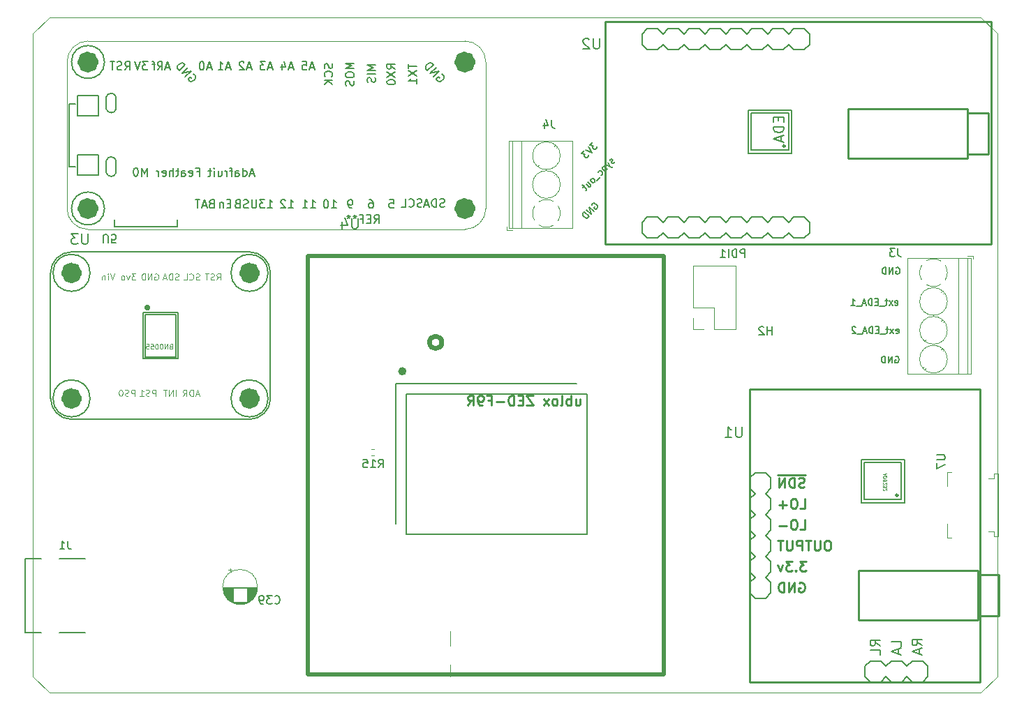
<source format=gbr>
%TF.GenerationSoftware,KiCad,Pcbnew,7.0.5*%
%TF.CreationDate,2023-07-20T14:33:04+01:00*%
%TF.ProjectId,EmotionalCities_v.1.1,456d6f74-696f-46e6-916c-436974696573,rev?*%
%TF.SameCoordinates,PX76109c0PY3c14dc0*%
%TF.FileFunction,Legend,Bot*%
%TF.FilePolarity,Positive*%
%FSLAX45Y45*%
G04 Gerber Fmt 4.5, Leading zero omitted, Abs format (unit mm)*
G04 Created by KiCad (PCBNEW 7.0.5) date 2023-07-20 14:33:04*
%MOMM*%
%LPD*%
G01*
G04 APERTURE LIST*
%ADD10C,0.150000*%
%ADD11C,0.152400*%
%ADD12C,0.190500*%
%ADD13C,0.081280*%
%ADD14C,0.254000*%
%ADD15C,0.127000*%
%ADD16C,0.097536*%
%ADD17C,0.120000*%
%ADD18C,0.203200*%
%ADD19C,0.282840*%
%ADD20C,0.500000*%
%ADD21C,0.600000*%
%ADD22C,1.250000*%
%ADD23C,0.350000*%
%ADD24C,0.050000*%
%ADD25C,0.200000*%
%ADD26C,1.294808*%
%TA.AperFunction,Profile*%
%ADD27C,0.076200*%
%TD*%
G04 APERTURE END LIST*
D10*
X6777868Y-2278644D02*
X6780562Y-2270562D01*
X6780562Y-2270562D02*
X6788643Y-2262481D01*
X6788643Y-2262481D02*
X6799418Y-2257094D01*
X6799418Y-2257094D02*
X6810193Y-2257094D01*
X6810193Y-2257094D02*
X6818274Y-2259787D01*
X6818274Y-2259787D02*
X6831743Y-2267869D01*
X6831743Y-2267869D02*
X6839824Y-2275950D01*
X6839824Y-2275950D02*
X6847906Y-2289419D01*
X6847906Y-2289419D02*
X6850599Y-2297500D01*
X6850599Y-2297500D02*
X6850599Y-2308275D01*
X6850599Y-2308275D02*
X6845212Y-2319050D01*
X6845212Y-2319050D02*
X6839824Y-2324437D01*
X6839824Y-2324437D02*
X6829049Y-2329825D01*
X6829049Y-2329825D02*
X6823662Y-2329825D01*
X6823662Y-2329825D02*
X6804806Y-2310968D01*
X6804806Y-2310968D02*
X6815581Y-2300193D01*
X6804806Y-2359456D02*
X6748237Y-2302887D01*
X6748237Y-2302887D02*
X6772481Y-2391781D01*
X6772481Y-2391781D02*
X6715912Y-2335212D01*
X6745543Y-2418718D02*
X6688975Y-2362149D01*
X6688975Y-2362149D02*
X6675506Y-2375618D01*
X6675506Y-2375618D02*
X6670119Y-2386393D01*
X6670119Y-2386393D02*
X6670119Y-2397168D01*
X6670119Y-2397168D02*
X6672812Y-2405249D01*
X6672812Y-2405249D02*
X6680894Y-2418718D01*
X6680894Y-2418718D02*
X6688975Y-2426799D01*
X6688975Y-2426799D02*
X6702444Y-2434880D01*
X6702444Y-2434880D02*
X6710525Y-2437574D01*
X6710525Y-2437574D02*
X6721300Y-2437574D01*
X6721300Y-2437574D02*
X6732075Y-2432187D01*
X6732075Y-2432187D02*
X6745543Y-2418718D01*
X10460952Y-4120039D02*
X10468571Y-4116229D01*
X10468571Y-4116229D02*
X10480000Y-4116229D01*
X10480000Y-4116229D02*
X10491429Y-4120039D01*
X10491429Y-4120039D02*
X10499048Y-4127658D01*
X10499048Y-4127658D02*
X10502857Y-4135277D01*
X10502857Y-4135277D02*
X10506667Y-4150515D01*
X10506667Y-4150515D02*
X10506667Y-4161944D01*
X10506667Y-4161944D02*
X10502857Y-4177182D01*
X10502857Y-4177182D02*
X10499048Y-4184801D01*
X10499048Y-4184801D02*
X10491429Y-4192420D01*
X10491429Y-4192420D02*
X10480000Y-4196230D01*
X10480000Y-4196230D02*
X10472381Y-4196230D01*
X10472381Y-4196230D02*
X10460952Y-4192420D01*
X10460952Y-4192420D02*
X10457143Y-4188610D01*
X10457143Y-4188610D02*
X10457143Y-4161944D01*
X10457143Y-4161944D02*
X10472381Y-4161944D01*
X10422857Y-4196230D02*
X10422857Y-4116229D01*
X10422857Y-4116229D02*
X10377143Y-4196230D01*
X10377143Y-4196230D02*
X10377143Y-4116229D01*
X10339048Y-4196230D02*
X10339048Y-4116229D01*
X10339048Y-4116229D02*
X10320000Y-4116229D01*
X10320000Y-4116229D02*
X10308571Y-4120039D01*
X10308571Y-4120039D02*
X10300952Y-4127658D01*
X10300952Y-4127658D02*
X10297143Y-4135277D01*
X10297143Y-4135277D02*
X10293333Y-4150515D01*
X10293333Y-4150515D02*
X10293333Y-4161944D01*
X10293333Y-4161944D02*
X10297143Y-4177182D01*
X10297143Y-4177182D02*
X10300952Y-4184801D01*
X10300952Y-4184801D02*
X10308571Y-4192420D01*
X10308571Y-4192420D02*
X10320000Y-4196230D01*
X10320000Y-4196230D02*
X10339048Y-4196230D01*
X10470952Y-3040039D02*
X10478571Y-3036229D01*
X10478571Y-3036229D02*
X10490000Y-3036229D01*
X10490000Y-3036229D02*
X10501429Y-3040039D01*
X10501429Y-3040039D02*
X10509048Y-3047658D01*
X10509048Y-3047658D02*
X10512857Y-3055277D01*
X10512857Y-3055277D02*
X10516667Y-3070515D01*
X10516667Y-3070515D02*
X10516667Y-3081944D01*
X10516667Y-3081944D02*
X10512857Y-3097182D01*
X10512857Y-3097182D02*
X10509048Y-3104801D01*
X10509048Y-3104801D02*
X10501429Y-3112420D01*
X10501429Y-3112420D02*
X10490000Y-3116229D01*
X10490000Y-3116229D02*
X10482381Y-3116229D01*
X10482381Y-3116229D02*
X10470952Y-3112420D01*
X10470952Y-3112420D02*
X10467143Y-3108610D01*
X10467143Y-3108610D02*
X10467143Y-3081944D01*
X10467143Y-3081944D02*
X10482381Y-3081944D01*
X10432857Y-3116229D02*
X10432857Y-3036229D01*
X10432857Y-3036229D02*
X10387143Y-3116229D01*
X10387143Y-3116229D02*
X10387143Y-3036229D01*
X10349048Y-3116229D02*
X10349048Y-3036229D01*
X10349048Y-3036229D02*
X10330000Y-3036229D01*
X10330000Y-3036229D02*
X10318571Y-3040039D01*
X10318571Y-3040039D02*
X10310952Y-3047658D01*
X10310952Y-3047658D02*
X10307143Y-3055277D01*
X10307143Y-3055277D02*
X10303333Y-3070515D01*
X10303333Y-3070515D02*
X10303333Y-3081944D01*
X10303333Y-3081944D02*
X10307143Y-3097182D01*
X10307143Y-3097182D02*
X10310952Y-3104801D01*
X10310952Y-3104801D02*
X10318571Y-3112420D01*
X10318571Y-3112420D02*
X10330000Y-3116229D01*
X10330000Y-3116229D02*
X10349048Y-3116229D01*
X7055324Y-1750525D02*
X7052630Y-1758606D01*
X7052630Y-1758606D02*
X7041855Y-1769381D01*
X7041855Y-1769381D02*
X7033774Y-1772075D01*
X7033774Y-1772075D02*
X7025693Y-1769381D01*
X7025693Y-1769381D02*
X7022999Y-1766687D01*
X7022999Y-1766687D02*
X7020305Y-1758606D01*
X7020305Y-1758606D02*
X7022999Y-1750525D01*
X7022999Y-1750525D02*
X7031080Y-1742444D01*
X7031080Y-1742444D02*
X7033774Y-1734362D01*
X7033774Y-1734362D02*
X7031080Y-1726281D01*
X7031080Y-1726281D02*
X7028386Y-1723587D01*
X7028386Y-1723587D02*
X7020305Y-1720894D01*
X7020305Y-1720894D02*
X7012224Y-1723587D01*
X7012224Y-1723587D02*
X7004143Y-1731669D01*
X7004143Y-1731669D02*
X7001449Y-1739750D01*
X6977205Y-1758606D02*
X7001449Y-1809787D01*
X6950268Y-1785543D02*
X7001449Y-1809787D01*
X7001449Y-1809787D02*
X7020305Y-1817868D01*
X7020305Y-1817868D02*
X7025693Y-1817868D01*
X7025693Y-1817868D02*
X7033774Y-1815175D01*
X6928718Y-1807093D02*
X6966430Y-1844806D01*
X6934105Y-1812481D02*
X6928718Y-1812481D01*
X6928718Y-1812481D02*
X6920637Y-1815175D01*
X6920637Y-1815175D02*
X6912555Y-1823256D01*
X6912555Y-1823256D02*
X6909862Y-1831337D01*
X6909862Y-1831337D02*
X6912555Y-1839418D01*
X6912555Y-1839418D02*
X6942187Y-1869049D01*
X6888312Y-1917537D02*
X6896393Y-1914843D01*
X6896393Y-1914843D02*
X6907168Y-1904068D01*
X6907168Y-1904068D02*
X6909862Y-1895987D01*
X6909862Y-1895987D02*
X6909862Y-1890599D01*
X6909862Y-1890599D02*
X6907168Y-1882518D01*
X6907168Y-1882518D02*
X6891006Y-1866356D01*
X6891006Y-1866356D02*
X6882924Y-1863662D01*
X6882924Y-1863662D02*
X6877537Y-1863662D01*
X6877537Y-1863662D02*
X6869456Y-1866356D01*
X6869456Y-1866356D02*
X6858681Y-1877131D01*
X6858681Y-1877131D02*
X6855987Y-1885212D01*
X6885618Y-1936393D02*
X6842518Y-1979493D01*
X6815581Y-1995655D02*
X6818275Y-1987574D01*
X6818275Y-1987574D02*
X6818275Y-1982187D01*
X6818275Y-1982187D02*
X6815581Y-1974105D01*
X6815581Y-1974105D02*
X6799418Y-1957943D01*
X6799418Y-1957943D02*
X6791337Y-1955249D01*
X6791337Y-1955249D02*
X6785950Y-1955249D01*
X6785950Y-1955249D02*
X6777868Y-1957943D01*
X6777868Y-1957943D02*
X6769787Y-1966024D01*
X6769787Y-1966024D02*
X6767093Y-1974105D01*
X6767093Y-1974105D02*
X6767093Y-1979493D01*
X6767093Y-1979493D02*
X6769787Y-1987574D01*
X6769787Y-1987574D02*
X6785950Y-2003736D01*
X6785950Y-2003736D02*
X6794031Y-2006430D01*
X6794031Y-2006430D02*
X6799418Y-2006430D01*
X6799418Y-2006430D02*
X6807500Y-2003736D01*
X6807500Y-2003736D02*
X6815581Y-1995655D01*
X6710525Y-2025286D02*
X6748237Y-2062999D01*
X6734769Y-2001043D02*
X6764400Y-2030674D01*
X6764400Y-2030674D02*
X6767093Y-2038755D01*
X6767093Y-2038755D02*
X6764400Y-2046836D01*
X6764400Y-2046836D02*
X6756319Y-2054918D01*
X6756319Y-2054918D02*
X6748237Y-2057611D01*
X6748237Y-2057611D02*
X6742850Y-2057611D01*
X6691669Y-2044143D02*
X6670119Y-2065693D01*
X6664731Y-2033368D02*
X6713219Y-2081855D01*
X6713219Y-2081855D02*
X6715912Y-2089936D01*
X6715912Y-2089936D02*
X6713219Y-2098018D01*
X6713219Y-2098018D02*
X6707831Y-2103405D01*
X10459524Y-3492420D02*
X10467143Y-3496229D01*
X10467143Y-3496229D02*
X10482381Y-3496229D01*
X10482381Y-3496229D02*
X10490000Y-3492420D01*
X10490000Y-3492420D02*
X10493810Y-3484801D01*
X10493810Y-3484801D02*
X10493810Y-3454325D01*
X10493810Y-3454325D02*
X10490000Y-3446706D01*
X10490000Y-3446706D02*
X10482381Y-3442896D01*
X10482381Y-3442896D02*
X10467143Y-3442896D01*
X10467143Y-3442896D02*
X10459524Y-3446706D01*
X10459524Y-3446706D02*
X10455714Y-3454325D01*
X10455714Y-3454325D02*
X10455714Y-3461944D01*
X10455714Y-3461944D02*
X10493810Y-3469563D01*
X10429048Y-3496229D02*
X10387143Y-3442896D01*
X10429048Y-3442896D02*
X10387143Y-3496229D01*
X10368095Y-3442896D02*
X10337619Y-3442896D01*
X10356667Y-3416229D02*
X10356667Y-3484801D01*
X10356667Y-3484801D02*
X10352857Y-3492420D01*
X10352857Y-3492420D02*
X10345238Y-3496229D01*
X10345238Y-3496229D02*
X10337619Y-3496229D01*
X10330000Y-3503848D02*
X10269048Y-3503848D01*
X10250000Y-3454325D02*
X10223333Y-3454325D01*
X10211905Y-3496229D02*
X10250000Y-3496229D01*
X10250000Y-3496229D02*
X10250000Y-3416229D01*
X10250000Y-3416229D02*
X10211905Y-3416229D01*
X10177619Y-3496229D02*
X10177619Y-3416229D01*
X10177619Y-3416229D02*
X10158571Y-3416229D01*
X10158571Y-3416229D02*
X10147143Y-3420039D01*
X10147143Y-3420039D02*
X10139524Y-3427658D01*
X10139524Y-3427658D02*
X10135714Y-3435277D01*
X10135714Y-3435277D02*
X10131905Y-3450515D01*
X10131905Y-3450515D02*
X10131905Y-3461944D01*
X10131905Y-3461944D02*
X10135714Y-3477182D01*
X10135714Y-3477182D02*
X10139524Y-3484801D01*
X10139524Y-3484801D02*
X10147143Y-3492420D01*
X10147143Y-3492420D02*
X10158571Y-3496229D01*
X10158571Y-3496229D02*
X10177619Y-3496229D01*
X10101429Y-3473372D02*
X10063333Y-3473372D01*
X10109048Y-3496229D02*
X10082381Y-3416229D01*
X10082381Y-3416229D02*
X10055714Y-3496229D01*
X10048095Y-3503848D02*
X9987143Y-3503848D01*
X9926190Y-3496229D02*
X9971905Y-3496229D01*
X9949048Y-3496229D02*
X9949048Y-3416229D01*
X9949048Y-3416229D02*
X9956667Y-3427658D01*
X9956667Y-3427658D02*
X9964286Y-3435277D01*
X9964286Y-3435277D02*
X9971905Y-3439087D01*
X10469524Y-3832420D02*
X10477143Y-3836229D01*
X10477143Y-3836229D02*
X10492381Y-3836229D01*
X10492381Y-3836229D02*
X10500000Y-3832420D01*
X10500000Y-3832420D02*
X10503810Y-3824801D01*
X10503810Y-3824801D02*
X10503810Y-3794325D01*
X10503810Y-3794325D02*
X10500000Y-3786706D01*
X10500000Y-3786706D02*
X10492381Y-3782896D01*
X10492381Y-3782896D02*
X10477143Y-3782896D01*
X10477143Y-3782896D02*
X10469524Y-3786706D01*
X10469524Y-3786706D02*
X10465714Y-3794325D01*
X10465714Y-3794325D02*
X10465714Y-3801944D01*
X10465714Y-3801944D02*
X10503810Y-3809563D01*
X10439048Y-3836229D02*
X10397143Y-3782896D01*
X10439048Y-3782896D02*
X10397143Y-3836229D01*
X10378095Y-3782896D02*
X10347619Y-3782896D01*
X10366667Y-3756229D02*
X10366667Y-3824801D01*
X10366667Y-3824801D02*
X10362857Y-3832420D01*
X10362857Y-3832420D02*
X10355238Y-3836229D01*
X10355238Y-3836229D02*
X10347619Y-3836229D01*
X10340000Y-3843848D02*
X10279048Y-3843848D01*
X10260000Y-3794325D02*
X10233333Y-3794325D01*
X10221905Y-3836229D02*
X10260000Y-3836229D01*
X10260000Y-3836229D02*
X10260000Y-3756229D01*
X10260000Y-3756229D02*
X10221905Y-3756229D01*
X10187619Y-3836229D02*
X10187619Y-3756229D01*
X10187619Y-3756229D02*
X10168571Y-3756229D01*
X10168571Y-3756229D02*
X10157143Y-3760039D01*
X10157143Y-3760039D02*
X10149524Y-3767658D01*
X10149524Y-3767658D02*
X10145714Y-3775277D01*
X10145714Y-3775277D02*
X10141905Y-3790515D01*
X10141905Y-3790515D02*
X10141905Y-3801944D01*
X10141905Y-3801944D02*
X10145714Y-3817182D01*
X10145714Y-3817182D02*
X10149524Y-3824801D01*
X10149524Y-3824801D02*
X10157143Y-3832420D01*
X10157143Y-3832420D02*
X10168571Y-3836229D01*
X10168571Y-3836229D02*
X10187619Y-3836229D01*
X10111429Y-3813372D02*
X10073333Y-3813372D01*
X10119048Y-3836229D02*
X10092381Y-3756229D01*
X10092381Y-3756229D02*
X10065714Y-3836229D01*
X10058095Y-3843848D02*
X9997143Y-3843848D01*
X9981905Y-3763848D02*
X9978095Y-3760039D01*
X9978095Y-3760039D02*
X9970476Y-3756229D01*
X9970476Y-3756229D02*
X9951429Y-3756229D01*
X9951429Y-3756229D02*
X9943809Y-3760039D01*
X9943809Y-3760039D02*
X9940000Y-3763848D01*
X9940000Y-3763848D02*
X9936190Y-3771468D01*
X9936190Y-3771468D02*
X9936190Y-3779087D01*
X9936190Y-3779087D02*
X9940000Y-3790515D01*
X9940000Y-3790515D02*
X9985714Y-3836229D01*
X9985714Y-3836229D02*
X9936190Y-3836229D01*
X6794031Y-1519012D02*
X6759012Y-1554031D01*
X6759012Y-1554031D02*
X6799418Y-1556725D01*
X6799418Y-1556725D02*
X6791337Y-1564806D01*
X6791337Y-1564806D02*
X6788643Y-1572887D01*
X6788643Y-1572887D02*
X6788643Y-1578275D01*
X6788643Y-1578275D02*
X6791337Y-1586356D01*
X6791337Y-1586356D02*
X6804806Y-1599824D01*
X6804806Y-1599824D02*
X6812887Y-1602518D01*
X6812887Y-1602518D02*
X6818275Y-1602518D01*
X6818275Y-1602518D02*
X6826356Y-1599824D01*
X6826356Y-1599824D02*
X6842518Y-1583662D01*
X6842518Y-1583662D02*
X6845212Y-1575581D01*
X6845212Y-1575581D02*
X6845212Y-1570193D01*
X6742850Y-1570193D02*
X6780562Y-1645618D01*
X6780562Y-1645618D02*
X6705137Y-1607906D01*
X6691669Y-1621374D02*
X6656650Y-1656393D01*
X6656650Y-1656393D02*
X6697056Y-1659087D01*
X6697056Y-1659087D02*
X6688975Y-1667168D01*
X6688975Y-1667168D02*
X6686281Y-1675249D01*
X6686281Y-1675249D02*
X6686281Y-1680637D01*
X6686281Y-1680637D02*
X6688975Y-1688718D01*
X6688975Y-1688718D02*
X6702444Y-1702187D01*
X6702444Y-1702187D02*
X6710525Y-1704880D01*
X6710525Y-1704880D02*
X6715912Y-1704880D01*
X6715912Y-1704880D02*
X6723994Y-1702187D01*
X6723994Y-1702187D02*
X6740156Y-1686024D01*
X6740156Y-1686024D02*
X6742850Y-1677943D01*
X6742850Y-1677943D02*
X6742850Y-1672555D01*
%TO.C,C39*%
X2934286Y-7110958D02*
X2939048Y-7115720D01*
X2939048Y-7115720D02*
X2953333Y-7120482D01*
X2953333Y-7120482D02*
X2962857Y-7120482D01*
X2962857Y-7120482D02*
X2977143Y-7115720D01*
X2977143Y-7115720D02*
X2986667Y-7106196D01*
X2986667Y-7106196D02*
X2991428Y-7096672D01*
X2991428Y-7096672D02*
X2996190Y-7077625D01*
X2996190Y-7077625D02*
X2996190Y-7063339D01*
X2996190Y-7063339D02*
X2991428Y-7044291D01*
X2991428Y-7044291D02*
X2986667Y-7034768D01*
X2986667Y-7034768D02*
X2977143Y-7025244D01*
X2977143Y-7025244D02*
X2962857Y-7020482D01*
X2962857Y-7020482D02*
X2953333Y-7020482D01*
X2953333Y-7020482D02*
X2939048Y-7025244D01*
X2939048Y-7025244D02*
X2934286Y-7030006D01*
X2900952Y-7020482D02*
X2839048Y-7020482D01*
X2839048Y-7020482D02*
X2872381Y-7058577D01*
X2872381Y-7058577D02*
X2858095Y-7058577D01*
X2858095Y-7058577D02*
X2848571Y-7063339D01*
X2848571Y-7063339D02*
X2843809Y-7068101D01*
X2843809Y-7068101D02*
X2839048Y-7077625D01*
X2839048Y-7077625D02*
X2839048Y-7101434D01*
X2839048Y-7101434D02*
X2843809Y-7110958D01*
X2843809Y-7110958D02*
X2848571Y-7115720D01*
X2848571Y-7115720D02*
X2858095Y-7120482D01*
X2858095Y-7120482D02*
X2886667Y-7120482D01*
X2886667Y-7120482D02*
X2896190Y-7115720D01*
X2896190Y-7115720D02*
X2900952Y-7110958D01*
X2791429Y-7120482D02*
X2772381Y-7120482D01*
X2772381Y-7120482D02*
X2762857Y-7115720D01*
X2762857Y-7115720D02*
X2758095Y-7110958D01*
X2758095Y-7110958D02*
X2748571Y-7096672D01*
X2748571Y-7096672D02*
X2743810Y-7077625D01*
X2743810Y-7077625D02*
X2743810Y-7039529D01*
X2743810Y-7039529D02*
X2748571Y-7030006D01*
X2748571Y-7030006D02*
X2753333Y-7025244D01*
X2753333Y-7025244D02*
X2762857Y-7020482D01*
X2762857Y-7020482D02*
X2781905Y-7020482D01*
X2781905Y-7020482D02*
X2791429Y-7025244D01*
X2791429Y-7025244D02*
X2796190Y-7030006D01*
X2796190Y-7030006D02*
X2800952Y-7039529D01*
X2800952Y-7039529D02*
X2800952Y-7063339D01*
X2800952Y-7063339D02*
X2796190Y-7072863D01*
X2796190Y-7072863D02*
X2791429Y-7077625D01*
X2791429Y-7077625D02*
X2781905Y-7082387D01*
X2781905Y-7082387D02*
X2762857Y-7082387D01*
X2762857Y-7082387D02*
X2753333Y-7077625D01*
X2753333Y-7077625D02*
X2748571Y-7072863D01*
X2748571Y-7072863D02*
X2743810Y-7063339D01*
%TO.C,J1*%
X427751Y-6356982D02*
X427751Y-6428410D01*
X427751Y-6428410D02*
X432512Y-6442696D01*
X432512Y-6442696D02*
X442036Y-6452220D01*
X442036Y-6452220D02*
X456322Y-6456982D01*
X456322Y-6456982D02*
X465846Y-6456982D01*
X327751Y-6456982D02*
X384893Y-6456982D01*
X356322Y-6456982D02*
X356322Y-6356982D01*
X356322Y-6356982D02*
X365846Y-6371268D01*
X365846Y-6371268D02*
X375370Y-6380791D01*
X375370Y-6380791D02*
X384893Y-6385553D01*
%TO.C,R15*%
X4194286Y-5465482D02*
X4227619Y-5417863D01*
X4251429Y-5465482D02*
X4251429Y-5365482D01*
X4251429Y-5365482D02*
X4213333Y-5365482D01*
X4213333Y-5365482D02*
X4203810Y-5370244D01*
X4203810Y-5370244D02*
X4199048Y-5375006D01*
X4199048Y-5375006D02*
X4194286Y-5384530D01*
X4194286Y-5384530D02*
X4194286Y-5398815D01*
X4194286Y-5398815D02*
X4199048Y-5408339D01*
X4199048Y-5408339D02*
X4203810Y-5413101D01*
X4203810Y-5413101D02*
X4213333Y-5417863D01*
X4213333Y-5417863D02*
X4251429Y-5417863D01*
X4099048Y-5465482D02*
X4156190Y-5465482D01*
X4127619Y-5465482D02*
X4127619Y-5365482D01*
X4127619Y-5365482D02*
X4137143Y-5379768D01*
X4137143Y-5379768D02*
X4146667Y-5389291D01*
X4146667Y-5389291D02*
X4156190Y-5394053D01*
X4008571Y-5365482D02*
X4056190Y-5365482D01*
X4056190Y-5365482D02*
X4060952Y-5413101D01*
X4060952Y-5413101D02*
X4056190Y-5408339D01*
X4056190Y-5408339D02*
X4046667Y-5403577D01*
X4046667Y-5403577D02*
X4022857Y-5403577D01*
X4022857Y-5403577D02*
X4013333Y-5408339D01*
X4013333Y-5408339D02*
X4008571Y-5413101D01*
X4008571Y-5413101D02*
X4003809Y-5422625D01*
X4003809Y-5422625D02*
X4003809Y-5446434D01*
X4003809Y-5446434D02*
X4008571Y-5455958D01*
X4008571Y-5455958D02*
X4013333Y-5460720D01*
X4013333Y-5460720D02*
X4022857Y-5465482D01*
X4022857Y-5465482D02*
X4046667Y-5465482D01*
X4046667Y-5465482D02*
X4056190Y-5460720D01*
X4056190Y-5460720D02*
X4060952Y-5455958D01*
D11*
%TO.C,U1*%
X8600473Y-4971251D02*
X8600473Y-5074061D01*
X8600473Y-5074061D02*
X8594425Y-5086156D01*
X8594425Y-5086156D02*
X8588377Y-5092204D01*
X8588377Y-5092204D02*
X8576282Y-5098251D01*
X8576282Y-5098251D02*
X8552092Y-5098251D01*
X8552092Y-5098251D02*
X8539996Y-5092204D01*
X8539996Y-5092204D02*
X8533949Y-5086156D01*
X8533949Y-5086156D02*
X8527901Y-5074061D01*
X8527901Y-5074061D02*
X8527901Y-4971251D01*
X8400901Y-5098251D02*
X8473473Y-5098251D01*
X8437187Y-5098251D02*
X8437187Y-4971251D01*
X8437187Y-4971251D02*
X8449282Y-4989394D01*
X8449282Y-4989394D02*
X8461377Y-5001489D01*
X8461377Y-5001489D02*
X8473473Y-5007537D01*
D12*
X10530824Y-7635762D02*
X10530824Y-7578310D01*
X10530824Y-7578310D02*
X10410174Y-7578310D01*
X10496353Y-7670234D02*
X10496353Y-7727686D01*
X10530824Y-7658743D02*
X10410174Y-7698960D01*
X10410174Y-7698960D02*
X10530824Y-7739177D01*
X10276824Y-7630017D02*
X10219372Y-7589800D01*
X10276824Y-7561074D02*
X10156174Y-7561074D01*
X10156174Y-7561074D02*
X10156174Y-7607036D01*
X10156174Y-7607036D02*
X10161920Y-7618527D01*
X10161920Y-7618527D02*
X10167665Y-7624272D01*
X10167665Y-7624272D02*
X10179155Y-7630017D01*
X10179155Y-7630017D02*
X10196391Y-7630017D01*
X10196391Y-7630017D02*
X10207882Y-7624272D01*
X10207882Y-7624272D02*
X10213627Y-7618527D01*
X10213627Y-7618527D02*
X10219372Y-7607036D01*
X10219372Y-7607036D02*
X10219372Y-7561074D01*
X10276824Y-7739177D02*
X10276824Y-7681724D01*
X10276824Y-7681724D02*
X10156174Y-7681724D01*
X10784824Y-7624272D02*
X10727372Y-7584055D01*
X10784824Y-7555329D02*
X10664174Y-7555329D01*
X10664174Y-7555329D02*
X10664174Y-7601291D01*
X10664174Y-7601291D02*
X10669920Y-7612781D01*
X10669920Y-7612781D02*
X10675665Y-7618527D01*
X10675665Y-7618527D02*
X10687155Y-7624272D01*
X10687155Y-7624272D02*
X10704391Y-7624272D01*
X10704391Y-7624272D02*
X10715882Y-7618527D01*
X10715882Y-7618527D02*
X10721627Y-7612781D01*
X10721627Y-7612781D02*
X10727372Y-7601291D01*
X10727372Y-7601291D02*
X10727372Y-7555329D01*
X10750353Y-7670234D02*
X10750353Y-7727686D01*
X10784824Y-7658743D02*
X10664174Y-7698960D01*
X10664174Y-7698960D02*
X10784824Y-7739177D01*
D13*
X10339893Y-5539828D02*
X10339893Y-5558213D01*
X10350924Y-5536151D02*
X10312316Y-5549020D01*
X10312316Y-5549020D02*
X10350924Y-5561890D01*
X10350924Y-5574759D02*
X10312316Y-5574759D01*
X10312316Y-5574759D02*
X10312316Y-5583951D01*
X10312316Y-5583951D02*
X10314154Y-5589467D01*
X10314154Y-5589467D02*
X10317831Y-5593144D01*
X10317831Y-5593144D02*
X10321508Y-5594982D01*
X10321508Y-5594982D02*
X10328862Y-5596821D01*
X10328862Y-5596821D02*
X10334377Y-5596821D01*
X10334377Y-5596821D02*
X10341731Y-5594982D01*
X10341731Y-5594982D02*
X10345408Y-5593144D01*
X10345408Y-5593144D02*
X10349085Y-5589467D01*
X10349085Y-5589467D02*
X10350924Y-5583951D01*
X10350924Y-5583951D02*
X10350924Y-5574759D01*
X10328862Y-5618882D02*
X10327024Y-5615205D01*
X10327024Y-5615205D02*
X10325185Y-5613367D01*
X10325185Y-5613367D02*
X10321508Y-5611529D01*
X10321508Y-5611529D02*
X10319670Y-5611529D01*
X10319670Y-5611529D02*
X10315993Y-5613367D01*
X10315993Y-5613367D02*
X10314154Y-5615205D01*
X10314154Y-5615205D02*
X10312316Y-5618882D01*
X10312316Y-5618882D02*
X10312316Y-5626236D01*
X10312316Y-5626236D02*
X10314154Y-5629913D01*
X10314154Y-5629913D02*
X10315993Y-5631752D01*
X10315993Y-5631752D02*
X10319670Y-5633590D01*
X10319670Y-5633590D02*
X10321508Y-5633590D01*
X10321508Y-5633590D02*
X10325185Y-5631752D01*
X10325185Y-5631752D02*
X10327024Y-5629913D01*
X10327024Y-5629913D02*
X10328862Y-5626236D01*
X10328862Y-5626236D02*
X10328862Y-5618882D01*
X10328862Y-5618882D02*
X10330701Y-5615205D01*
X10330701Y-5615205D02*
X10332539Y-5613367D01*
X10332539Y-5613367D02*
X10336216Y-5611529D01*
X10336216Y-5611529D02*
X10343570Y-5611529D01*
X10343570Y-5611529D02*
X10347247Y-5613367D01*
X10347247Y-5613367D02*
X10349085Y-5615205D01*
X10349085Y-5615205D02*
X10350924Y-5618882D01*
X10350924Y-5618882D02*
X10350924Y-5626236D01*
X10350924Y-5626236D02*
X10349085Y-5629913D01*
X10349085Y-5629913D02*
X10347247Y-5631752D01*
X10347247Y-5631752D02*
X10343570Y-5633590D01*
X10343570Y-5633590D02*
X10336216Y-5633590D01*
X10336216Y-5633590D02*
X10332539Y-5631752D01*
X10332539Y-5631752D02*
X10330701Y-5629913D01*
X10330701Y-5629913D02*
X10328862Y-5626236D01*
X10315993Y-5648298D02*
X10314154Y-5650136D01*
X10314154Y-5650136D02*
X10312316Y-5653813D01*
X10312316Y-5653813D02*
X10312316Y-5663006D01*
X10312316Y-5663006D02*
X10314154Y-5666683D01*
X10314154Y-5666683D02*
X10315993Y-5668521D01*
X10315993Y-5668521D02*
X10319670Y-5670360D01*
X10319670Y-5670360D02*
X10323347Y-5670360D01*
X10323347Y-5670360D02*
X10328862Y-5668521D01*
X10328862Y-5668521D02*
X10350924Y-5646460D01*
X10350924Y-5646460D02*
X10350924Y-5670360D01*
X10312316Y-5683229D02*
X10312316Y-5707129D01*
X10312316Y-5707129D02*
X10327024Y-5694260D01*
X10327024Y-5694260D02*
X10327024Y-5699775D01*
X10327024Y-5699775D02*
X10328862Y-5703452D01*
X10328862Y-5703452D02*
X10330701Y-5705291D01*
X10330701Y-5705291D02*
X10334377Y-5707129D01*
X10334377Y-5707129D02*
X10343570Y-5707129D01*
X10343570Y-5707129D02*
X10347247Y-5705291D01*
X10347247Y-5705291D02*
X10349085Y-5703452D01*
X10349085Y-5703452D02*
X10350924Y-5699775D01*
X10350924Y-5699775D02*
X10350924Y-5688744D01*
X10350924Y-5688744D02*
X10349085Y-5685068D01*
X10349085Y-5685068D02*
X10347247Y-5683229D01*
X10315993Y-5721837D02*
X10314154Y-5723675D01*
X10314154Y-5723675D02*
X10312316Y-5727352D01*
X10312316Y-5727352D02*
X10312316Y-5736545D01*
X10312316Y-5736545D02*
X10314154Y-5740222D01*
X10314154Y-5740222D02*
X10315993Y-5742060D01*
X10315993Y-5742060D02*
X10319670Y-5743899D01*
X10319670Y-5743899D02*
X10323347Y-5743899D01*
X10323347Y-5743899D02*
X10328862Y-5742060D01*
X10328862Y-5742060D02*
X10350924Y-5719999D01*
X10350924Y-5719999D02*
X10350924Y-5743899D01*
D14*
X9381461Y-6604844D02*
X9306772Y-6604844D01*
X9306772Y-6604844D02*
X9346989Y-6650806D01*
X9346989Y-6650806D02*
X9329753Y-6650806D01*
X9329753Y-6650806D02*
X9318263Y-6656551D01*
X9318263Y-6656551D02*
X9312518Y-6662297D01*
X9312518Y-6662297D02*
X9306772Y-6673787D01*
X9306772Y-6673787D02*
X9306772Y-6702513D01*
X9306772Y-6702513D02*
X9312518Y-6714004D01*
X9312518Y-6714004D02*
X9318263Y-6719749D01*
X9318263Y-6719749D02*
X9329753Y-6725494D01*
X9329753Y-6725494D02*
X9364225Y-6725494D01*
X9364225Y-6725494D02*
X9375715Y-6719749D01*
X9375715Y-6719749D02*
X9381461Y-6714004D01*
X9255065Y-6714004D02*
X9249320Y-6719749D01*
X9249320Y-6719749D02*
X9255065Y-6725494D01*
X9255065Y-6725494D02*
X9260811Y-6719749D01*
X9260811Y-6719749D02*
X9255065Y-6714004D01*
X9255065Y-6714004D02*
X9255065Y-6725494D01*
X9209103Y-6604844D02*
X9134415Y-6604844D01*
X9134415Y-6604844D02*
X9174632Y-6650806D01*
X9174632Y-6650806D02*
X9157396Y-6650806D01*
X9157396Y-6650806D02*
X9145906Y-6656551D01*
X9145906Y-6656551D02*
X9140161Y-6662297D01*
X9140161Y-6662297D02*
X9134415Y-6673787D01*
X9134415Y-6673787D02*
X9134415Y-6702513D01*
X9134415Y-6702513D02*
X9140161Y-6714004D01*
X9140161Y-6714004D02*
X9145906Y-6719749D01*
X9145906Y-6719749D02*
X9157396Y-6725494D01*
X9157396Y-6725494D02*
X9191868Y-6725494D01*
X9191868Y-6725494D02*
X9203358Y-6719749D01*
X9203358Y-6719749D02*
X9209103Y-6714004D01*
X9094199Y-6645061D02*
X9065472Y-6725494D01*
X9065472Y-6725494D02*
X9036746Y-6645061D01*
X9295282Y-6864589D02*
X9306772Y-6858844D01*
X9306772Y-6858844D02*
X9324008Y-6858844D01*
X9324008Y-6858844D02*
X9341244Y-6864589D01*
X9341244Y-6864589D02*
X9352734Y-6876080D01*
X9352734Y-6876080D02*
X9358480Y-6887570D01*
X9358480Y-6887570D02*
X9364225Y-6910551D01*
X9364225Y-6910551D02*
X9364225Y-6927787D01*
X9364225Y-6927787D02*
X9358480Y-6950768D01*
X9358480Y-6950768D02*
X9352734Y-6962258D01*
X9352734Y-6962258D02*
X9341244Y-6973749D01*
X9341244Y-6973749D02*
X9324008Y-6979494D01*
X9324008Y-6979494D02*
X9312518Y-6979494D01*
X9312518Y-6979494D02*
X9295282Y-6973749D01*
X9295282Y-6973749D02*
X9289537Y-6968004D01*
X9289537Y-6968004D02*
X9289537Y-6927787D01*
X9289537Y-6927787D02*
X9312518Y-6927787D01*
X9237830Y-6979494D02*
X9237830Y-6858844D01*
X9237830Y-6858844D02*
X9168887Y-6979494D01*
X9168887Y-6979494D02*
X9168887Y-6858844D01*
X9111434Y-6979494D02*
X9111434Y-6858844D01*
X9111434Y-6858844D02*
X9082708Y-6858844D01*
X9082708Y-6858844D02*
X9065472Y-6864589D01*
X9065472Y-6864589D02*
X9053982Y-6876080D01*
X9053982Y-6876080D02*
X9048237Y-6887570D01*
X9048237Y-6887570D02*
X9042491Y-6910551D01*
X9042491Y-6910551D02*
X9042491Y-6927787D01*
X9042491Y-6927787D02*
X9048237Y-6950768D01*
X9048237Y-6950768D02*
X9053982Y-6962258D01*
X9053982Y-6962258D02*
X9065472Y-6973749D01*
X9065472Y-6973749D02*
X9082708Y-6979494D01*
X9082708Y-6979494D02*
X9111434Y-6979494D01*
X9306772Y-6217494D02*
X9364225Y-6217494D01*
X9364225Y-6217494D02*
X9364225Y-6096844D01*
X9243575Y-6096844D02*
X9220594Y-6096844D01*
X9220594Y-6096844D02*
X9209103Y-6102589D01*
X9209103Y-6102589D02*
X9197613Y-6114080D01*
X9197613Y-6114080D02*
X9191868Y-6137061D01*
X9191868Y-6137061D02*
X9191868Y-6177277D01*
X9191868Y-6177277D02*
X9197613Y-6200258D01*
X9197613Y-6200258D02*
X9209103Y-6211749D01*
X9209103Y-6211749D02*
X9220594Y-6217494D01*
X9220594Y-6217494D02*
X9243575Y-6217494D01*
X9243575Y-6217494D02*
X9255065Y-6211749D01*
X9255065Y-6211749D02*
X9266556Y-6200258D01*
X9266556Y-6200258D02*
X9272301Y-6177277D01*
X9272301Y-6177277D02*
X9272301Y-6137061D01*
X9272301Y-6137061D02*
X9266556Y-6114080D01*
X9266556Y-6114080D02*
X9255065Y-6102589D01*
X9255065Y-6102589D02*
X9243575Y-6096844D01*
X9140161Y-6171532D02*
X9048237Y-6171532D01*
X9306772Y-5963494D02*
X9364225Y-5963494D01*
X9364225Y-5963494D02*
X9364225Y-5842844D01*
X9243575Y-5842844D02*
X9220594Y-5842844D01*
X9220594Y-5842844D02*
X9209103Y-5848589D01*
X9209103Y-5848589D02*
X9197613Y-5860080D01*
X9197613Y-5860080D02*
X9191868Y-5883061D01*
X9191868Y-5883061D02*
X9191868Y-5923277D01*
X9191868Y-5923277D02*
X9197613Y-5946258D01*
X9197613Y-5946258D02*
X9209103Y-5957749D01*
X9209103Y-5957749D02*
X9220594Y-5963494D01*
X9220594Y-5963494D02*
X9243575Y-5963494D01*
X9243575Y-5963494D02*
X9255065Y-5957749D01*
X9255065Y-5957749D02*
X9266556Y-5946258D01*
X9266556Y-5946258D02*
X9272301Y-5923277D01*
X9272301Y-5923277D02*
X9272301Y-5883061D01*
X9272301Y-5883061D02*
X9266556Y-5860080D01*
X9266556Y-5860080D02*
X9255065Y-5848589D01*
X9255065Y-5848589D02*
X9243575Y-5842844D01*
X9140161Y-5917532D02*
X9048237Y-5917532D01*
X9094199Y-5963494D02*
X9094199Y-5871570D01*
X9651487Y-6350844D02*
X9628506Y-6350844D01*
X9628506Y-6350844D02*
X9617015Y-6356589D01*
X9617015Y-6356589D02*
X9605525Y-6368080D01*
X9605525Y-6368080D02*
X9599779Y-6391061D01*
X9599779Y-6391061D02*
X9599779Y-6431277D01*
X9599779Y-6431277D02*
X9605525Y-6454258D01*
X9605525Y-6454258D02*
X9617015Y-6465749D01*
X9617015Y-6465749D02*
X9628506Y-6471494D01*
X9628506Y-6471494D02*
X9651487Y-6471494D01*
X9651487Y-6471494D02*
X9662977Y-6465749D01*
X9662977Y-6465749D02*
X9674468Y-6454258D01*
X9674468Y-6454258D02*
X9680213Y-6431277D01*
X9680213Y-6431277D02*
X9680213Y-6391061D01*
X9680213Y-6391061D02*
X9674468Y-6368080D01*
X9674468Y-6368080D02*
X9662977Y-6356589D01*
X9662977Y-6356589D02*
X9651487Y-6350844D01*
X9548072Y-6350844D02*
X9548072Y-6448513D01*
X9548072Y-6448513D02*
X9542327Y-6460004D01*
X9542327Y-6460004D02*
X9536582Y-6465749D01*
X9536582Y-6465749D02*
X9525091Y-6471494D01*
X9525091Y-6471494D02*
X9502110Y-6471494D01*
X9502110Y-6471494D02*
X9490620Y-6465749D01*
X9490620Y-6465749D02*
X9484875Y-6460004D01*
X9484875Y-6460004D02*
X9479129Y-6448513D01*
X9479129Y-6448513D02*
X9479129Y-6350844D01*
X9438913Y-6350844D02*
X9369970Y-6350844D01*
X9404441Y-6471494D02*
X9404441Y-6350844D01*
X9329753Y-6471494D02*
X9329753Y-6350844D01*
X9329753Y-6350844D02*
X9283791Y-6350844D01*
X9283791Y-6350844D02*
X9272301Y-6356589D01*
X9272301Y-6356589D02*
X9266556Y-6362335D01*
X9266556Y-6362335D02*
X9260810Y-6373825D01*
X9260810Y-6373825D02*
X9260810Y-6391061D01*
X9260810Y-6391061D02*
X9266556Y-6402551D01*
X9266556Y-6402551D02*
X9272301Y-6408297D01*
X9272301Y-6408297D02*
X9283791Y-6414042D01*
X9283791Y-6414042D02*
X9329753Y-6414042D01*
X9209103Y-6350844D02*
X9209103Y-6448513D01*
X9209103Y-6448513D02*
X9203358Y-6460004D01*
X9203358Y-6460004D02*
X9197613Y-6465749D01*
X9197613Y-6465749D02*
X9186122Y-6471494D01*
X9186122Y-6471494D02*
X9163141Y-6471494D01*
X9163141Y-6471494D02*
X9151651Y-6465749D01*
X9151651Y-6465749D02*
X9145906Y-6460004D01*
X9145906Y-6460004D02*
X9140160Y-6448513D01*
X9140160Y-6448513D02*
X9140160Y-6350844D01*
X9099944Y-6350844D02*
X9031001Y-6350844D01*
X9065472Y-6471494D02*
X9065472Y-6350844D01*
X9358480Y-5703749D02*
X9341244Y-5709494D01*
X9341244Y-5709494D02*
X9312518Y-5709494D01*
X9312518Y-5709494D02*
X9301027Y-5703749D01*
X9301027Y-5703749D02*
X9295282Y-5698004D01*
X9295282Y-5698004D02*
X9289537Y-5686513D01*
X9289537Y-5686513D02*
X9289537Y-5675023D01*
X9289537Y-5675023D02*
X9295282Y-5663532D01*
X9295282Y-5663532D02*
X9301027Y-5657787D01*
X9301027Y-5657787D02*
X9312518Y-5652042D01*
X9312518Y-5652042D02*
X9335499Y-5646297D01*
X9335499Y-5646297D02*
X9346989Y-5640551D01*
X9346989Y-5640551D02*
X9352734Y-5634806D01*
X9352734Y-5634806D02*
X9358480Y-5623316D01*
X9358480Y-5623316D02*
X9358480Y-5611825D01*
X9358480Y-5611825D02*
X9352734Y-5600335D01*
X9352734Y-5600335D02*
X9346989Y-5594589D01*
X9346989Y-5594589D02*
X9335499Y-5588844D01*
X9335499Y-5588844D02*
X9306772Y-5588844D01*
X9306772Y-5588844D02*
X9289537Y-5594589D01*
X9237830Y-5709494D02*
X9237830Y-5588844D01*
X9237830Y-5588844D02*
X9209103Y-5588844D01*
X9209103Y-5588844D02*
X9191868Y-5594589D01*
X9191868Y-5594589D02*
X9180377Y-5606080D01*
X9180377Y-5606080D02*
X9174632Y-5617570D01*
X9174632Y-5617570D02*
X9168887Y-5640551D01*
X9168887Y-5640551D02*
X9168887Y-5657787D01*
X9168887Y-5657787D02*
X9174632Y-5680768D01*
X9174632Y-5680768D02*
X9180377Y-5692258D01*
X9180377Y-5692258D02*
X9191868Y-5703749D01*
X9191868Y-5703749D02*
X9209103Y-5709494D01*
X9209103Y-5709494D02*
X9237830Y-5709494D01*
X9117180Y-5709494D02*
X9117180Y-5588844D01*
X9117180Y-5588844D02*
X9048237Y-5709494D01*
X9048237Y-5709494D02*
X9048237Y-5588844D01*
X9369396Y-5555350D02*
X9031576Y-5555350D01*
D10*
%TO.C,U7*%
X10965482Y-5313810D02*
X11046434Y-5313810D01*
X11046434Y-5313810D02*
X11055958Y-5318571D01*
X11055958Y-5318571D02*
X11060720Y-5323333D01*
X11060720Y-5323333D02*
X11065482Y-5332857D01*
X11065482Y-5332857D02*
X11065482Y-5351905D01*
X11065482Y-5351905D02*
X11060720Y-5361429D01*
X11060720Y-5361429D02*
X11055958Y-5366190D01*
X11055958Y-5366190D02*
X11046434Y-5370952D01*
X11046434Y-5370952D02*
X10965482Y-5370952D01*
X10965482Y-5409048D02*
X10965482Y-5475714D01*
X10965482Y-5475714D02*
X11065482Y-5432857D01*
D11*
%TO.C,U4*%
X3941762Y-2435924D02*
X3941762Y-2538733D01*
X3941762Y-2538733D02*
X3935714Y-2550828D01*
X3935714Y-2550828D02*
X3929667Y-2556876D01*
X3929667Y-2556876D02*
X3917571Y-2562924D01*
X3917571Y-2562924D02*
X3893381Y-2562924D01*
X3893381Y-2562924D02*
X3881286Y-2556876D01*
X3881286Y-2556876D02*
X3875238Y-2550828D01*
X3875238Y-2550828D02*
X3869190Y-2538733D01*
X3869190Y-2538733D02*
X3869190Y-2435924D01*
X3754286Y-2478257D02*
X3754286Y-2562924D01*
X3784524Y-2429876D02*
X3814762Y-2520590D01*
X3814762Y-2520590D02*
X3736143Y-2520590D01*
D10*
X4140893Y-2500280D02*
X4174227Y-2452661D01*
X4198036Y-2500280D02*
X4198036Y-2400280D01*
X4198036Y-2400280D02*
X4159941Y-2400280D01*
X4159941Y-2400280D02*
X4150417Y-2405042D01*
X4150417Y-2405042D02*
X4145655Y-2409804D01*
X4145655Y-2409804D02*
X4140893Y-2419328D01*
X4140893Y-2419328D02*
X4140893Y-2433614D01*
X4140893Y-2433614D02*
X4145655Y-2443138D01*
X4145655Y-2443138D02*
X4150417Y-2447899D01*
X4150417Y-2447899D02*
X4159941Y-2452661D01*
X4159941Y-2452661D02*
X4198036Y-2452661D01*
X4098036Y-2447899D02*
X4064703Y-2447899D01*
X4050417Y-2500280D02*
X4098036Y-2500280D01*
X4098036Y-2500280D02*
X4098036Y-2400280D01*
X4098036Y-2400280D02*
X4050417Y-2400280D01*
X3974227Y-2447899D02*
X4007560Y-2447899D01*
X4007560Y-2500280D02*
X4007560Y-2400280D01*
X4007560Y-2400280D02*
X3959941Y-2400280D01*
X3907560Y-2400280D02*
X3907560Y-2424090D01*
X3931369Y-2414566D02*
X3907560Y-2424090D01*
X3907560Y-2424090D02*
X3883750Y-2414566D01*
X3921846Y-2443138D02*
X3907560Y-2424090D01*
X3907560Y-2424090D02*
X3893274Y-2443138D01*
X3831369Y-2400280D02*
X3831369Y-2424090D01*
X3855179Y-2414566D02*
X3831369Y-2424090D01*
X3831369Y-2424090D02*
X3807560Y-2414566D01*
X3845655Y-2443138D02*
X3831369Y-2424090D01*
X3831369Y-2424090D02*
X3817084Y-2443138D01*
D14*
X6586606Y-4630239D02*
X6586606Y-4710672D01*
X6638313Y-4630239D02*
X6638313Y-4693437D01*
X6638313Y-4693437D02*
X6632567Y-4704927D01*
X6632567Y-4704927D02*
X6621077Y-4710672D01*
X6621077Y-4710672D02*
X6603841Y-4710672D01*
X6603841Y-4710672D02*
X6592351Y-4704927D01*
X6592351Y-4704927D02*
X6586606Y-4699182D01*
X6529153Y-4710672D02*
X6529153Y-4590022D01*
X6529153Y-4635984D02*
X6517663Y-4630239D01*
X6517663Y-4630239D02*
X6494682Y-4630239D01*
X6494682Y-4630239D02*
X6483191Y-4635984D01*
X6483191Y-4635984D02*
X6477446Y-4641730D01*
X6477446Y-4641730D02*
X6471701Y-4653220D01*
X6471701Y-4653220D02*
X6471701Y-4687691D01*
X6471701Y-4687691D02*
X6477446Y-4699182D01*
X6477446Y-4699182D02*
X6483191Y-4704927D01*
X6483191Y-4704927D02*
X6494682Y-4710672D01*
X6494682Y-4710672D02*
X6517663Y-4710672D01*
X6517663Y-4710672D02*
X6529153Y-4704927D01*
X6402758Y-4710672D02*
X6414248Y-4704927D01*
X6414248Y-4704927D02*
X6419994Y-4693437D01*
X6419994Y-4693437D02*
X6419994Y-4590022D01*
X6339560Y-4710672D02*
X6351051Y-4704927D01*
X6351051Y-4704927D02*
X6356796Y-4699182D01*
X6356796Y-4699182D02*
X6362541Y-4687691D01*
X6362541Y-4687691D02*
X6362541Y-4653220D01*
X6362541Y-4653220D02*
X6356796Y-4641730D01*
X6356796Y-4641730D02*
X6351051Y-4635984D01*
X6351051Y-4635984D02*
X6339560Y-4630239D01*
X6339560Y-4630239D02*
X6322325Y-4630239D01*
X6322325Y-4630239D02*
X6310834Y-4635984D01*
X6310834Y-4635984D02*
X6305089Y-4641730D01*
X6305089Y-4641730D02*
X6299344Y-4653220D01*
X6299344Y-4653220D02*
X6299344Y-4687691D01*
X6299344Y-4687691D02*
X6305089Y-4699182D01*
X6305089Y-4699182D02*
X6310834Y-4704927D01*
X6310834Y-4704927D02*
X6322325Y-4710672D01*
X6322325Y-4710672D02*
X6339560Y-4710672D01*
X6259127Y-4710672D02*
X6195929Y-4630239D01*
X6259127Y-4630239D02*
X6195929Y-4710672D01*
X6069534Y-4590022D02*
X5989101Y-4590022D01*
X5989101Y-4590022D02*
X6069534Y-4710672D01*
X6069534Y-4710672D02*
X5989101Y-4710672D01*
X5943139Y-4647475D02*
X5902922Y-4647475D01*
X5885687Y-4710672D02*
X5943139Y-4710672D01*
X5943139Y-4710672D02*
X5943139Y-4590022D01*
X5943139Y-4590022D02*
X5885687Y-4590022D01*
X5833980Y-4710672D02*
X5833980Y-4590022D01*
X5833980Y-4590022D02*
X5805253Y-4590022D01*
X5805253Y-4590022D02*
X5788018Y-4595768D01*
X5788018Y-4595768D02*
X5776527Y-4607258D01*
X5776527Y-4607258D02*
X5770782Y-4618749D01*
X5770782Y-4618749D02*
X5765037Y-4641730D01*
X5765037Y-4641730D02*
X5765037Y-4658965D01*
X5765037Y-4658965D02*
X5770782Y-4681946D01*
X5770782Y-4681946D02*
X5776527Y-4693437D01*
X5776527Y-4693437D02*
X5788018Y-4704927D01*
X5788018Y-4704927D02*
X5805253Y-4710672D01*
X5805253Y-4710672D02*
X5833980Y-4710672D01*
X5713330Y-4664711D02*
X5621406Y-4664711D01*
X5523737Y-4647475D02*
X5563953Y-4647475D01*
X5563953Y-4710672D02*
X5563953Y-4590022D01*
X5563953Y-4590022D02*
X5506501Y-4590022D01*
X5454794Y-4710672D02*
X5431813Y-4710672D01*
X5431813Y-4710672D02*
X5420322Y-4704927D01*
X5420322Y-4704927D02*
X5414577Y-4699182D01*
X5414577Y-4699182D02*
X5403087Y-4681946D01*
X5403087Y-4681946D02*
X5397341Y-4658965D01*
X5397341Y-4658965D02*
X5397341Y-4613003D01*
X5397341Y-4613003D02*
X5403087Y-4601513D01*
X5403087Y-4601513D02*
X5408832Y-4595768D01*
X5408832Y-4595768D02*
X5420322Y-4590022D01*
X5420322Y-4590022D02*
X5443303Y-4590022D01*
X5443303Y-4590022D02*
X5454794Y-4595768D01*
X5454794Y-4595768D02*
X5460539Y-4601513D01*
X5460539Y-4601513D02*
X5466284Y-4613003D01*
X5466284Y-4613003D02*
X5466284Y-4641730D01*
X5466284Y-4641730D02*
X5460539Y-4653220D01*
X5460539Y-4653220D02*
X5454794Y-4658965D01*
X5454794Y-4658965D02*
X5443303Y-4664711D01*
X5443303Y-4664711D02*
X5420322Y-4664711D01*
X5420322Y-4664711D02*
X5408832Y-4658965D01*
X5408832Y-4658965D02*
X5403087Y-4653220D01*
X5403087Y-4653220D02*
X5397341Y-4641730D01*
X5276691Y-4710672D02*
X5316908Y-4653220D01*
X5345634Y-4710672D02*
X5345634Y-4590022D01*
X5345634Y-4590022D02*
X5299672Y-4590022D01*
X5299672Y-4590022D02*
X5288182Y-4595768D01*
X5288182Y-4595768D02*
X5282437Y-4601513D01*
X5282437Y-4601513D02*
X5276691Y-4613003D01*
X5276691Y-4613003D02*
X5276691Y-4630239D01*
X5276691Y-4630239D02*
X5282437Y-4641730D01*
X5282437Y-4641730D02*
X5288182Y-4647475D01*
X5288182Y-4647475D02*
X5299672Y-4653220D01*
X5299672Y-4653220D02*
X5345634Y-4653220D01*
D11*
%TO.C,U2*%
X6873788Y-256665D02*
X6873788Y-359475D01*
X6873788Y-359475D02*
X6867740Y-371570D01*
X6867740Y-371570D02*
X6861693Y-377617D01*
X6861693Y-377617D02*
X6849598Y-383665D01*
X6849598Y-383665D02*
X6825407Y-383665D01*
X6825407Y-383665D02*
X6813312Y-377617D01*
X6813312Y-377617D02*
X6807264Y-371570D01*
X6807264Y-371570D02*
X6801217Y-359475D01*
X6801217Y-359475D02*
X6801217Y-256665D01*
X6746788Y-268760D02*
X6740741Y-262713D01*
X6740741Y-262713D02*
X6728645Y-256665D01*
X6728645Y-256665D02*
X6698407Y-256665D01*
X6698407Y-256665D02*
X6686312Y-262713D01*
X6686312Y-262713D02*
X6680264Y-268760D01*
X6680264Y-268760D02*
X6674217Y-280856D01*
X6674217Y-280856D02*
X6674217Y-292951D01*
X6674217Y-292951D02*
X6680264Y-311094D01*
X6680264Y-311094D02*
X6752836Y-383665D01*
X6752836Y-383665D02*
X6674217Y-383665D01*
D15*
X9044660Y-1212797D02*
X9044660Y-1255131D01*
X9111184Y-1273274D02*
X9111184Y-1212797D01*
X9111184Y-1212797D02*
X8984184Y-1212797D01*
X8984184Y-1212797D02*
X8984184Y-1273274D01*
X9111184Y-1327702D02*
X8984184Y-1327702D01*
X8984184Y-1327702D02*
X8984184Y-1357940D01*
X8984184Y-1357940D02*
X8990232Y-1376083D01*
X8990232Y-1376083D02*
X9002327Y-1388178D01*
X9002327Y-1388178D02*
X9014422Y-1394226D01*
X9014422Y-1394226D02*
X9038613Y-1400274D01*
X9038613Y-1400274D02*
X9056756Y-1400274D01*
X9056756Y-1400274D02*
X9080946Y-1394226D01*
X9080946Y-1394226D02*
X9093041Y-1388178D01*
X9093041Y-1388178D02*
X9105137Y-1376083D01*
X9105137Y-1376083D02*
X9111184Y-1357940D01*
X9111184Y-1357940D02*
X9111184Y-1327702D01*
X9074899Y-1448655D02*
X9074899Y-1509131D01*
X9111184Y-1436559D02*
X8984184Y-1478893D01*
X8984184Y-1478893D02*
X9111184Y-1521226D01*
D11*
%TO.C,U3*%
X668125Y-2626974D02*
X668125Y-2729783D01*
X668125Y-2729783D02*
X662077Y-2741879D01*
X662077Y-2741879D02*
X656030Y-2747926D01*
X656030Y-2747926D02*
X643935Y-2753974D01*
X643935Y-2753974D02*
X619744Y-2753974D01*
X619744Y-2753974D02*
X607649Y-2747926D01*
X607649Y-2747926D02*
X601601Y-2741879D01*
X601601Y-2741879D02*
X595554Y-2729783D01*
X595554Y-2729783D02*
X595554Y-2626974D01*
X547173Y-2626974D02*
X468553Y-2626974D01*
X468553Y-2626974D02*
X510887Y-2675355D01*
X510887Y-2675355D02*
X492744Y-2675355D01*
X492744Y-2675355D02*
X480649Y-2681402D01*
X480649Y-2681402D02*
X474601Y-2687450D01*
X474601Y-2687450D02*
X468553Y-2699545D01*
X468553Y-2699545D02*
X468553Y-2729783D01*
X468553Y-2729783D02*
X474601Y-2741879D01*
X474601Y-2741879D02*
X480649Y-2747926D01*
X480649Y-2747926D02*
X492744Y-2753974D01*
X492744Y-2753974D02*
X529030Y-2753974D01*
X529030Y-2753974D02*
X541125Y-2747926D01*
X541125Y-2747926D02*
X547173Y-2741879D01*
D16*
X1769525Y-3184751D02*
X1758494Y-3188428D01*
X1758494Y-3188428D02*
X1740110Y-3188428D01*
X1740110Y-3188428D02*
X1732756Y-3184751D01*
X1732756Y-3184751D02*
X1729079Y-3181074D01*
X1729079Y-3181074D02*
X1725402Y-3173720D01*
X1725402Y-3173720D02*
X1725402Y-3166366D01*
X1725402Y-3166366D02*
X1729079Y-3159013D01*
X1729079Y-3159013D02*
X1732756Y-3155336D01*
X1732756Y-3155336D02*
X1740110Y-3151659D01*
X1740110Y-3151659D02*
X1754817Y-3147982D01*
X1754817Y-3147982D02*
X1762171Y-3144305D01*
X1762171Y-3144305D02*
X1765848Y-3140628D01*
X1765848Y-3140628D02*
X1769525Y-3133274D01*
X1769525Y-3133274D02*
X1769525Y-3125920D01*
X1769525Y-3125920D02*
X1765848Y-3118566D01*
X1765848Y-3118566D02*
X1762171Y-3114889D01*
X1762171Y-3114889D02*
X1754817Y-3111212D01*
X1754817Y-3111212D02*
X1736433Y-3111212D01*
X1736433Y-3111212D02*
X1725402Y-3114889D01*
X1692309Y-3188428D02*
X1692309Y-3111212D01*
X1692309Y-3111212D02*
X1673924Y-3111212D01*
X1673924Y-3111212D02*
X1662894Y-3114889D01*
X1662894Y-3114889D02*
X1655540Y-3122243D01*
X1655540Y-3122243D02*
X1651863Y-3129597D01*
X1651863Y-3129597D02*
X1648186Y-3144305D01*
X1648186Y-3144305D02*
X1648186Y-3155336D01*
X1648186Y-3155336D02*
X1651863Y-3170043D01*
X1651863Y-3170043D02*
X1655540Y-3177397D01*
X1655540Y-3177397D02*
X1662894Y-3184751D01*
X1662894Y-3184751D02*
X1673924Y-3188428D01*
X1673924Y-3188428D02*
X1692309Y-3188428D01*
X1618770Y-3166366D02*
X1582001Y-3166366D01*
X1626124Y-3188428D02*
X1600385Y-3111212D01*
X1600385Y-3111212D02*
X1574647Y-3188428D01*
X1480594Y-3114889D02*
X1487948Y-3111212D01*
X1487948Y-3111212D02*
X1498979Y-3111212D01*
X1498979Y-3111212D02*
X1510010Y-3114889D01*
X1510010Y-3114889D02*
X1517364Y-3122243D01*
X1517364Y-3122243D02*
X1521041Y-3129597D01*
X1521041Y-3129597D02*
X1524718Y-3144305D01*
X1524718Y-3144305D02*
X1524718Y-3155336D01*
X1524718Y-3155336D02*
X1521041Y-3170043D01*
X1521041Y-3170043D02*
X1517364Y-3177397D01*
X1517364Y-3177397D02*
X1510010Y-3184751D01*
X1510010Y-3184751D02*
X1498979Y-3188428D01*
X1498979Y-3188428D02*
X1491625Y-3188428D01*
X1491625Y-3188428D02*
X1480594Y-3184751D01*
X1480594Y-3184751D02*
X1476917Y-3181074D01*
X1476917Y-3181074D02*
X1476917Y-3155336D01*
X1476917Y-3155336D02*
X1491625Y-3155336D01*
X1443825Y-3188428D02*
X1443825Y-3111212D01*
X1443825Y-3111212D02*
X1399701Y-3188428D01*
X1399701Y-3188428D02*
X1399701Y-3111212D01*
X1362932Y-3188428D02*
X1362932Y-3111212D01*
X1362932Y-3111212D02*
X1344547Y-3111212D01*
X1344547Y-3111212D02*
X1333516Y-3114889D01*
X1333516Y-3114889D02*
X1326162Y-3122243D01*
X1326162Y-3122243D02*
X1322485Y-3129597D01*
X1322485Y-3129597D02*
X1318808Y-3144305D01*
X1318808Y-3144305D02*
X1318808Y-3155336D01*
X1318808Y-3155336D02*
X1322485Y-3170043D01*
X1322485Y-3170043D02*
X1326162Y-3177397D01*
X1326162Y-3177397D02*
X1333516Y-3184751D01*
X1333516Y-3184751D02*
X1344547Y-3188428D01*
X1344547Y-3188428D02*
X1362932Y-3188428D01*
X989517Y-3111212D02*
X963779Y-3188428D01*
X963779Y-3188428D02*
X938040Y-3111212D01*
X912301Y-3188428D02*
X912301Y-3136951D01*
X912301Y-3111212D02*
X915978Y-3114889D01*
X915978Y-3114889D02*
X912301Y-3118566D01*
X912301Y-3118566D02*
X908624Y-3114889D01*
X908624Y-3114889D02*
X912301Y-3111212D01*
X912301Y-3111212D02*
X912301Y-3118566D01*
X875532Y-3136951D02*
X875532Y-3188428D01*
X875532Y-3144305D02*
X871855Y-3140628D01*
X871855Y-3140628D02*
X864501Y-3136951D01*
X864501Y-3136951D02*
X853470Y-3136951D01*
X853470Y-3136951D02*
X846116Y-3140628D01*
X846116Y-3140628D02*
X842439Y-3147982D01*
X842439Y-3147982D02*
X842439Y-3188428D01*
X2021687Y-3184751D02*
X2010656Y-3188428D01*
X2010656Y-3188428D02*
X1992271Y-3188428D01*
X1992271Y-3188428D02*
X1984917Y-3184751D01*
X1984917Y-3184751D02*
X1981240Y-3181074D01*
X1981240Y-3181074D02*
X1977563Y-3173720D01*
X1977563Y-3173720D02*
X1977563Y-3166366D01*
X1977563Y-3166366D02*
X1981240Y-3159013D01*
X1981240Y-3159013D02*
X1984917Y-3155336D01*
X1984917Y-3155336D02*
X1992271Y-3151659D01*
X1992271Y-3151659D02*
X2006979Y-3147982D01*
X2006979Y-3147982D02*
X2014333Y-3144305D01*
X2014333Y-3144305D02*
X2018010Y-3140628D01*
X2018010Y-3140628D02*
X2021687Y-3133274D01*
X2021687Y-3133274D02*
X2021687Y-3125920D01*
X2021687Y-3125920D02*
X2018010Y-3118566D01*
X2018010Y-3118566D02*
X2014333Y-3114889D01*
X2014333Y-3114889D02*
X2006979Y-3111212D01*
X2006979Y-3111212D02*
X1988594Y-3111212D01*
X1988594Y-3111212D02*
X1977563Y-3114889D01*
X1900347Y-3181074D02*
X1904024Y-3184751D01*
X1904024Y-3184751D02*
X1915055Y-3188428D01*
X1915055Y-3188428D02*
X1922409Y-3188428D01*
X1922409Y-3188428D02*
X1933440Y-3184751D01*
X1933440Y-3184751D02*
X1940794Y-3177397D01*
X1940794Y-3177397D02*
X1944471Y-3170043D01*
X1944471Y-3170043D02*
X1948148Y-3155336D01*
X1948148Y-3155336D02*
X1948148Y-3144305D01*
X1948148Y-3144305D02*
X1944471Y-3129597D01*
X1944471Y-3129597D02*
X1940794Y-3122243D01*
X1940794Y-3122243D02*
X1933440Y-3114889D01*
X1933440Y-3114889D02*
X1922409Y-3111212D01*
X1922409Y-3111212D02*
X1915055Y-3111212D01*
X1915055Y-3111212D02*
X1904024Y-3114889D01*
X1904024Y-3114889D02*
X1900347Y-3118566D01*
X1830485Y-3188428D02*
X1867255Y-3188428D01*
X1867255Y-3188428D02*
X1867255Y-3111212D01*
X2230048Y-3188428D02*
X2255787Y-3151659D01*
X2274171Y-3188428D02*
X2274171Y-3111212D01*
X2274171Y-3111212D02*
X2244756Y-3111212D01*
X2244756Y-3111212D02*
X2237402Y-3114889D01*
X2237402Y-3114889D02*
X2233725Y-3118566D01*
X2233725Y-3118566D02*
X2230048Y-3125920D01*
X2230048Y-3125920D02*
X2230048Y-3136951D01*
X2230048Y-3136951D02*
X2233725Y-3144305D01*
X2233725Y-3144305D02*
X2237402Y-3147982D01*
X2237402Y-3147982D02*
X2244756Y-3151659D01*
X2244756Y-3151659D02*
X2274171Y-3151659D01*
X2200632Y-3184751D02*
X2189602Y-3188428D01*
X2189602Y-3188428D02*
X2171217Y-3188428D01*
X2171217Y-3188428D02*
X2163863Y-3184751D01*
X2163863Y-3184751D02*
X2160186Y-3181074D01*
X2160186Y-3181074D02*
X2156509Y-3173720D01*
X2156509Y-3173720D02*
X2156509Y-3166366D01*
X2156509Y-3166366D02*
X2160186Y-3159013D01*
X2160186Y-3159013D02*
X2163863Y-3155336D01*
X2163863Y-3155336D02*
X2171217Y-3151659D01*
X2171217Y-3151659D02*
X2185925Y-3147982D01*
X2185925Y-3147982D02*
X2193278Y-3144305D01*
X2193278Y-3144305D02*
X2196955Y-3140628D01*
X2196955Y-3140628D02*
X2200632Y-3133274D01*
X2200632Y-3133274D02*
X2200632Y-3125920D01*
X2200632Y-3125920D02*
X2196955Y-3118566D01*
X2196955Y-3118566D02*
X2193278Y-3114889D01*
X2193278Y-3114889D02*
X2185925Y-3111212D01*
X2185925Y-3111212D02*
X2167540Y-3111212D01*
X2167540Y-3111212D02*
X2156509Y-3114889D01*
X2134447Y-3111212D02*
X2090324Y-3111212D01*
X2112386Y-3188428D02*
X2112386Y-3111212D01*
X1736025Y-4602928D02*
X1736025Y-4525712D01*
X1699256Y-4602928D02*
X1699256Y-4525712D01*
X1699256Y-4525712D02*
X1655132Y-4602928D01*
X1655132Y-4602928D02*
X1655132Y-4525712D01*
X1629393Y-4525712D02*
X1585270Y-4525712D01*
X1607332Y-4602928D02*
X1607332Y-4525712D01*
X1236125Y-4598128D02*
X1236125Y-4520912D01*
X1236125Y-4520912D02*
X1206710Y-4520912D01*
X1206710Y-4520912D02*
X1199356Y-4524589D01*
X1199356Y-4524589D02*
X1195679Y-4528266D01*
X1195679Y-4528266D02*
X1192002Y-4535620D01*
X1192002Y-4535620D02*
X1192002Y-4546651D01*
X1192002Y-4546651D02*
X1195679Y-4554005D01*
X1195679Y-4554005D02*
X1199356Y-4557682D01*
X1199356Y-4557682D02*
X1206710Y-4561359D01*
X1206710Y-4561359D02*
X1236125Y-4561359D01*
X1162586Y-4594451D02*
X1151555Y-4598128D01*
X1151555Y-4598128D02*
X1133171Y-4598128D01*
X1133171Y-4598128D02*
X1125817Y-4594451D01*
X1125817Y-4594451D02*
X1122140Y-4590774D01*
X1122140Y-4590774D02*
X1118463Y-4583420D01*
X1118463Y-4583420D02*
X1118463Y-4576067D01*
X1118463Y-4576067D02*
X1122140Y-4568713D01*
X1122140Y-4568713D02*
X1125817Y-4565036D01*
X1125817Y-4565036D02*
X1133171Y-4561359D01*
X1133171Y-4561359D02*
X1147878Y-4557682D01*
X1147878Y-4557682D02*
X1155232Y-4554005D01*
X1155232Y-4554005D02*
X1158909Y-4550328D01*
X1158909Y-4550328D02*
X1162586Y-4542974D01*
X1162586Y-4542974D02*
X1162586Y-4535620D01*
X1162586Y-4535620D02*
X1158909Y-4528266D01*
X1158909Y-4528266D02*
X1155232Y-4524589D01*
X1155232Y-4524589D02*
X1147878Y-4520912D01*
X1147878Y-4520912D02*
X1129494Y-4520912D01*
X1129494Y-4520912D02*
X1118463Y-4524589D01*
X1070663Y-4520912D02*
X1063309Y-4520912D01*
X1063309Y-4520912D02*
X1055955Y-4524589D01*
X1055955Y-4524589D02*
X1052278Y-4528266D01*
X1052278Y-4528266D02*
X1048601Y-4535620D01*
X1048601Y-4535620D02*
X1044924Y-4550328D01*
X1044924Y-4550328D02*
X1044924Y-4568713D01*
X1044924Y-4568713D02*
X1048601Y-4583420D01*
X1048601Y-4583420D02*
X1052278Y-4590774D01*
X1052278Y-4590774D02*
X1055955Y-4594451D01*
X1055955Y-4594451D02*
X1063309Y-4598128D01*
X1063309Y-4598128D02*
X1070663Y-4598128D01*
X1070663Y-4598128D02*
X1078016Y-4594451D01*
X1078016Y-4594451D02*
X1081693Y-4590774D01*
X1081693Y-4590774D02*
X1085370Y-4583420D01*
X1085370Y-4583420D02*
X1089047Y-4568713D01*
X1089047Y-4568713D02*
X1089047Y-4550328D01*
X1089047Y-4550328D02*
X1085370Y-4535620D01*
X1085370Y-4535620D02*
X1081693Y-4528266D01*
X1081693Y-4528266D02*
X1078016Y-4524589D01*
X1078016Y-4524589D02*
X1070663Y-4520912D01*
X1247848Y-3111212D02*
X1200048Y-3111212D01*
X1200048Y-3111212D02*
X1225787Y-3140628D01*
X1225787Y-3140628D02*
X1214756Y-3140628D01*
X1214756Y-3140628D02*
X1207402Y-3144305D01*
X1207402Y-3144305D02*
X1203725Y-3147982D01*
X1203725Y-3147982D02*
X1200048Y-3155336D01*
X1200048Y-3155336D02*
X1200048Y-3173720D01*
X1200048Y-3173720D02*
X1203725Y-3181074D01*
X1203725Y-3181074D02*
X1207402Y-3184751D01*
X1207402Y-3184751D02*
X1214756Y-3188428D01*
X1214756Y-3188428D02*
X1236817Y-3188428D01*
X1236817Y-3188428D02*
X1244171Y-3184751D01*
X1244171Y-3184751D02*
X1247848Y-3181074D01*
X1174309Y-3136951D02*
X1155925Y-3188428D01*
X1155925Y-3188428D02*
X1137540Y-3136951D01*
X1097093Y-3188428D02*
X1104447Y-3184751D01*
X1104447Y-3184751D02*
X1108124Y-3181074D01*
X1108124Y-3181074D02*
X1111801Y-3173720D01*
X1111801Y-3173720D02*
X1111801Y-3151659D01*
X1111801Y-3151659D02*
X1108124Y-3144305D01*
X1108124Y-3144305D02*
X1104447Y-3140628D01*
X1104447Y-3140628D02*
X1097093Y-3136951D01*
X1097093Y-3136951D02*
X1086063Y-3136951D01*
X1086063Y-3136951D02*
X1078709Y-3140628D01*
X1078709Y-3140628D02*
X1075032Y-3144305D01*
X1075032Y-3144305D02*
X1071355Y-3151659D01*
X1071355Y-3151659D02*
X1071355Y-3173720D01*
X1071355Y-3173720D02*
X1075032Y-3181074D01*
X1075032Y-3181074D02*
X1078709Y-3184751D01*
X1078709Y-3184751D02*
X1086063Y-3188428D01*
X1086063Y-3188428D02*
X1097093Y-3188428D01*
X2014064Y-4576067D02*
X1977294Y-4576067D01*
X2021418Y-4598128D02*
X1995679Y-4520912D01*
X1995679Y-4520912D02*
X1969940Y-4598128D01*
X1944202Y-4598128D02*
X1944202Y-4520912D01*
X1944202Y-4520912D02*
X1925817Y-4520912D01*
X1925817Y-4520912D02*
X1914786Y-4524589D01*
X1914786Y-4524589D02*
X1907432Y-4531943D01*
X1907432Y-4531943D02*
X1903755Y-4539297D01*
X1903755Y-4539297D02*
X1900078Y-4554005D01*
X1900078Y-4554005D02*
X1900078Y-4565036D01*
X1900078Y-4565036D02*
X1903755Y-4579743D01*
X1903755Y-4579743D02*
X1907432Y-4587097D01*
X1907432Y-4587097D02*
X1914786Y-4594451D01*
X1914786Y-4594451D02*
X1925817Y-4598128D01*
X1925817Y-4598128D02*
X1944202Y-4598128D01*
X1822862Y-4598128D02*
X1848601Y-4561359D01*
X1866986Y-4598128D02*
X1866986Y-4520912D01*
X1866986Y-4520912D02*
X1837570Y-4520912D01*
X1837570Y-4520912D02*
X1830216Y-4524589D01*
X1830216Y-4524589D02*
X1826539Y-4528266D01*
X1826539Y-4528266D02*
X1822862Y-4535620D01*
X1822862Y-4535620D02*
X1822862Y-4546651D01*
X1822862Y-4546651D02*
X1826539Y-4554005D01*
X1826539Y-4554005D02*
X1830216Y-4557682D01*
X1830216Y-4557682D02*
X1837570Y-4561359D01*
X1837570Y-4561359D02*
X1866986Y-4561359D01*
X1674854Y-3995841D02*
X1666580Y-3998599D01*
X1666580Y-3998599D02*
X1663823Y-4001357D01*
X1663823Y-4001357D02*
X1661065Y-4006872D01*
X1661065Y-4006872D02*
X1661065Y-4015145D01*
X1661065Y-4015145D02*
X1663823Y-4020661D01*
X1663823Y-4020661D02*
X1666580Y-4023419D01*
X1666580Y-4023419D02*
X1672096Y-4026176D01*
X1672096Y-4026176D02*
X1694158Y-4026176D01*
X1694158Y-4026176D02*
X1694158Y-3968264D01*
X1694158Y-3968264D02*
X1674854Y-3968264D01*
X1674854Y-3968264D02*
X1669338Y-3971022D01*
X1669338Y-3971022D02*
X1666580Y-3973780D01*
X1666580Y-3973780D02*
X1663823Y-3979295D01*
X1663823Y-3979295D02*
X1663823Y-3984811D01*
X1663823Y-3984811D02*
X1666580Y-3990326D01*
X1666580Y-3990326D02*
X1669338Y-3993084D01*
X1669338Y-3993084D02*
X1674854Y-3995841D01*
X1674854Y-3995841D02*
X1694158Y-3995841D01*
X1636246Y-4026176D02*
X1636246Y-3968264D01*
X1636246Y-3968264D02*
X1603153Y-4026176D01*
X1603153Y-4026176D02*
X1603153Y-3968264D01*
X1564545Y-3968264D02*
X1553514Y-3968264D01*
X1553514Y-3968264D02*
X1547999Y-3971022D01*
X1547999Y-3971022D02*
X1542483Y-3976537D01*
X1542483Y-3976537D02*
X1539726Y-3987568D01*
X1539726Y-3987568D02*
X1539726Y-4006872D01*
X1539726Y-4006872D02*
X1542483Y-4017903D01*
X1542483Y-4017903D02*
X1547999Y-4023419D01*
X1547999Y-4023419D02*
X1553514Y-4026176D01*
X1553514Y-4026176D02*
X1564545Y-4026176D01*
X1564545Y-4026176D02*
X1570061Y-4023419D01*
X1570061Y-4023419D02*
X1575576Y-4017903D01*
X1575576Y-4017903D02*
X1578334Y-4006872D01*
X1578334Y-4006872D02*
X1578334Y-3987568D01*
X1578334Y-3987568D02*
X1575576Y-3976537D01*
X1575576Y-3976537D02*
X1570061Y-3971022D01*
X1570061Y-3971022D02*
X1564545Y-3968264D01*
X1503875Y-3968264D02*
X1498360Y-3968264D01*
X1498360Y-3968264D02*
X1492845Y-3971022D01*
X1492845Y-3971022D02*
X1490087Y-3973780D01*
X1490087Y-3973780D02*
X1487329Y-3979295D01*
X1487329Y-3979295D02*
X1484571Y-3990326D01*
X1484571Y-3990326D02*
X1484571Y-4004115D01*
X1484571Y-4004115D02*
X1487329Y-4015145D01*
X1487329Y-4015145D02*
X1490087Y-4020661D01*
X1490087Y-4020661D02*
X1492845Y-4023419D01*
X1492845Y-4023419D02*
X1498360Y-4026176D01*
X1498360Y-4026176D02*
X1503875Y-4026176D01*
X1503875Y-4026176D02*
X1509391Y-4023419D01*
X1509391Y-4023419D02*
X1512149Y-4020661D01*
X1512149Y-4020661D02*
X1514906Y-4015145D01*
X1514906Y-4015145D02*
X1517664Y-4004115D01*
X1517664Y-4004115D02*
X1517664Y-3990326D01*
X1517664Y-3990326D02*
X1514906Y-3979295D01*
X1514906Y-3979295D02*
X1512149Y-3973780D01*
X1512149Y-3973780D02*
X1509391Y-3971022D01*
X1509391Y-3971022D02*
X1503875Y-3968264D01*
X1432175Y-3968264D02*
X1459752Y-3968264D01*
X1459752Y-3968264D02*
X1462510Y-3995841D01*
X1462510Y-3995841D02*
X1459752Y-3993084D01*
X1459752Y-3993084D02*
X1454237Y-3990326D01*
X1454237Y-3990326D02*
X1440448Y-3990326D01*
X1440448Y-3990326D02*
X1434933Y-3993084D01*
X1434933Y-3993084D02*
X1432175Y-3995841D01*
X1432175Y-3995841D02*
X1429417Y-4001357D01*
X1429417Y-4001357D02*
X1429417Y-4015145D01*
X1429417Y-4015145D02*
X1432175Y-4020661D01*
X1432175Y-4020661D02*
X1434933Y-4023419D01*
X1434933Y-4023419D02*
X1440448Y-4026176D01*
X1440448Y-4026176D02*
X1454237Y-4026176D01*
X1454237Y-4026176D02*
X1459752Y-4023419D01*
X1459752Y-4023419D02*
X1462510Y-4020661D01*
X1377021Y-3968264D02*
X1404598Y-3968264D01*
X1404598Y-3968264D02*
X1407355Y-3995841D01*
X1407355Y-3995841D02*
X1404598Y-3993084D01*
X1404598Y-3993084D02*
X1399082Y-3990326D01*
X1399082Y-3990326D02*
X1385294Y-3990326D01*
X1385294Y-3990326D02*
X1379778Y-3993084D01*
X1379778Y-3993084D02*
X1377021Y-3995841D01*
X1377021Y-3995841D02*
X1374263Y-4001357D01*
X1374263Y-4001357D02*
X1374263Y-4015145D01*
X1374263Y-4015145D02*
X1377021Y-4020661D01*
X1377021Y-4020661D02*
X1379778Y-4023419D01*
X1379778Y-4023419D02*
X1385294Y-4026176D01*
X1385294Y-4026176D02*
X1399082Y-4026176D01*
X1399082Y-4026176D02*
X1404598Y-4023419D01*
X1404598Y-4023419D02*
X1407355Y-4020661D01*
X1490125Y-4598128D02*
X1490125Y-4520912D01*
X1490125Y-4520912D02*
X1460710Y-4520912D01*
X1460710Y-4520912D02*
X1453356Y-4524589D01*
X1453356Y-4524589D02*
X1449679Y-4528266D01*
X1449679Y-4528266D02*
X1446002Y-4535620D01*
X1446002Y-4535620D02*
X1446002Y-4546651D01*
X1446002Y-4546651D02*
X1449679Y-4554005D01*
X1449679Y-4554005D02*
X1453356Y-4557682D01*
X1453356Y-4557682D02*
X1460710Y-4561359D01*
X1460710Y-4561359D02*
X1490125Y-4561359D01*
X1416586Y-4594451D02*
X1405555Y-4598128D01*
X1405555Y-4598128D02*
X1387171Y-4598128D01*
X1387171Y-4598128D02*
X1379817Y-4594451D01*
X1379817Y-4594451D02*
X1376140Y-4590774D01*
X1376140Y-4590774D02*
X1372463Y-4583420D01*
X1372463Y-4583420D02*
X1372463Y-4576067D01*
X1372463Y-4576067D02*
X1376140Y-4568713D01*
X1376140Y-4568713D02*
X1379817Y-4565036D01*
X1379817Y-4565036D02*
X1387171Y-4561359D01*
X1387171Y-4561359D02*
X1401878Y-4557682D01*
X1401878Y-4557682D02*
X1409232Y-4554005D01*
X1409232Y-4554005D02*
X1412909Y-4550328D01*
X1412909Y-4550328D02*
X1416586Y-4542974D01*
X1416586Y-4542974D02*
X1416586Y-4535620D01*
X1416586Y-4535620D02*
X1412909Y-4528266D01*
X1412909Y-4528266D02*
X1409232Y-4524589D01*
X1409232Y-4524589D02*
X1401878Y-4520912D01*
X1401878Y-4520912D02*
X1383494Y-4520912D01*
X1383494Y-4520912D02*
X1372463Y-4524589D01*
X1298924Y-4598128D02*
X1343047Y-4598128D01*
X1320986Y-4598128D02*
X1320986Y-4520912D01*
X1320986Y-4520912D02*
X1328339Y-4531943D01*
X1328339Y-4531943D02*
X1335693Y-4539297D01*
X1335693Y-4539297D02*
X1343047Y-4542974D01*
D10*
%TO.C,PDI1*%
X8638356Y-2915068D02*
X8638356Y-2815068D01*
X8638356Y-2815068D02*
X8600261Y-2815068D01*
X8600261Y-2815068D02*
X8590737Y-2819830D01*
X8590737Y-2819830D02*
X8585975Y-2824592D01*
X8585975Y-2824592D02*
X8581213Y-2834116D01*
X8581213Y-2834116D02*
X8581213Y-2848401D01*
X8581213Y-2848401D02*
X8585975Y-2857925D01*
X8585975Y-2857925D02*
X8590737Y-2862687D01*
X8590737Y-2862687D02*
X8600261Y-2867449D01*
X8600261Y-2867449D02*
X8638356Y-2867449D01*
X8538356Y-2915068D02*
X8538356Y-2815068D01*
X8538356Y-2815068D02*
X8514546Y-2815068D01*
X8514546Y-2815068D02*
X8500261Y-2819830D01*
X8500261Y-2819830D02*
X8490737Y-2829354D01*
X8490737Y-2829354D02*
X8485975Y-2838878D01*
X8485975Y-2838878D02*
X8481213Y-2857925D01*
X8481213Y-2857925D02*
X8481213Y-2872211D01*
X8481213Y-2872211D02*
X8485975Y-2891258D01*
X8485975Y-2891258D02*
X8490737Y-2900782D01*
X8490737Y-2900782D02*
X8500261Y-2910306D01*
X8500261Y-2910306D02*
X8514546Y-2915068D01*
X8514546Y-2915068D02*
X8538356Y-2915068D01*
X8438356Y-2915068D02*
X8438356Y-2815068D01*
X8338356Y-2915068D02*
X8395499Y-2915068D01*
X8366927Y-2915068D02*
X8366927Y-2815068D01*
X8366927Y-2815068D02*
X8376451Y-2829354D01*
X8376451Y-2829354D02*
X8385975Y-2838878D01*
X8385975Y-2838878D02*
X8395499Y-2843639D01*
%TO.C,J4*%
X6293333Y-1245482D02*
X6293333Y-1316910D01*
X6293333Y-1316910D02*
X6298095Y-1331196D01*
X6298095Y-1331196D02*
X6307619Y-1340720D01*
X6307619Y-1340720D02*
X6321905Y-1345482D01*
X6321905Y-1345482D02*
X6331428Y-1345482D01*
X6202857Y-1278815D02*
X6202857Y-1345482D01*
X6226667Y-1240720D02*
X6250476Y-1312149D01*
X6250476Y-1312149D02*
X6188571Y-1312149D01*
%TO.C,J3*%
X10493333Y-2805482D02*
X10493333Y-2876910D01*
X10493333Y-2876910D02*
X10498095Y-2891196D01*
X10498095Y-2891196D02*
X10507619Y-2900720D01*
X10507619Y-2900720D02*
X10521905Y-2905482D01*
X10521905Y-2905482D02*
X10531429Y-2905482D01*
X10455238Y-2805482D02*
X10393333Y-2805482D01*
X10393333Y-2805482D02*
X10426667Y-2843577D01*
X10426667Y-2843577D02*
X10412381Y-2843577D01*
X10412381Y-2843577D02*
X10402857Y-2848339D01*
X10402857Y-2848339D02*
X10398095Y-2853101D01*
X10398095Y-2853101D02*
X10393333Y-2862625D01*
X10393333Y-2862625D02*
X10393333Y-2886434D01*
X10393333Y-2886434D02*
X10398095Y-2895958D01*
X10398095Y-2895958D02*
X10402857Y-2900720D01*
X10402857Y-2900720D02*
X10412381Y-2905482D01*
X10412381Y-2905482D02*
X10440952Y-2905482D01*
X10440952Y-2905482D02*
X10450476Y-2900720D01*
X10450476Y-2900720D02*
X10455238Y-2895958D01*
%TO.C,U5*%
X854678Y-2737327D02*
X854678Y-2656374D01*
X854678Y-2656374D02*
X859440Y-2646851D01*
X859440Y-2646851D02*
X864201Y-2642089D01*
X864201Y-2642089D02*
X873725Y-2637327D01*
X873725Y-2637327D02*
X892773Y-2637327D01*
X892773Y-2637327D02*
X902297Y-2642089D01*
X902297Y-2642089D02*
X907059Y-2646851D01*
X907059Y-2646851D02*
X911820Y-2656374D01*
X911820Y-2656374D02*
X911820Y-2737327D01*
X1007059Y-2737327D02*
X959440Y-2737327D01*
X959440Y-2737327D02*
X954678Y-2689708D01*
X954678Y-2689708D02*
X959440Y-2694470D01*
X959440Y-2694470D02*
X968963Y-2699232D01*
X968963Y-2699232D02*
X992773Y-2699232D01*
X992773Y-2699232D02*
X1002297Y-2694470D01*
X1002297Y-2694470D02*
X1007059Y-2689708D01*
X1007059Y-2689708D02*
X1011820Y-2680184D01*
X1011820Y-2680184D02*
X1011820Y-2656374D01*
X1011820Y-2656374D02*
X1007059Y-2646851D01*
X1007059Y-2646851D02*
X1002297Y-2642089D01*
X1002297Y-2642089D02*
X992773Y-2637327D01*
X992773Y-2637327D02*
X968963Y-2637327D01*
X968963Y-2637327D02*
X959440Y-2642089D01*
X959440Y-2642089D02*
X954678Y-2646851D01*
X2645692Y-610124D02*
X2598073Y-610124D01*
X2655215Y-638696D02*
X2621882Y-538696D01*
X2621882Y-538696D02*
X2588549Y-638696D01*
X2559977Y-548220D02*
X2555215Y-543458D01*
X2555215Y-543458D02*
X2545692Y-538696D01*
X2545692Y-538696D02*
X2521882Y-538696D01*
X2521882Y-538696D02*
X2512358Y-543458D01*
X2512358Y-543458D02*
X2507596Y-548220D01*
X2507596Y-548220D02*
X2502835Y-557743D01*
X2502835Y-557743D02*
X2502835Y-567267D01*
X2502835Y-567267D02*
X2507596Y-581553D01*
X2507596Y-581553D02*
X2564739Y-638696D01*
X2564739Y-638696D02*
X2502835Y-638696D01*
X1393154Y-538696D02*
X1331249Y-538696D01*
X1331249Y-538696D02*
X1364582Y-576791D01*
X1364582Y-576791D02*
X1350296Y-576791D01*
X1350296Y-576791D02*
X1340773Y-581553D01*
X1340773Y-581553D02*
X1336011Y-586315D01*
X1336011Y-586315D02*
X1331249Y-595839D01*
X1331249Y-595839D02*
X1331249Y-619648D01*
X1331249Y-619648D02*
X1336011Y-629172D01*
X1336011Y-629172D02*
X1340773Y-633934D01*
X1340773Y-633934D02*
X1350296Y-638696D01*
X1350296Y-638696D02*
X1378868Y-638696D01*
X1378868Y-638696D02*
X1388392Y-633934D01*
X1388392Y-633934D02*
X1393154Y-629172D01*
X1302677Y-538696D02*
X1269344Y-638696D01*
X1269344Y-638696D02*
X1236011Y-538696D01*
X4395482Y-625714D02*
X4347863Y-592381D01*
X4395482Y-568571D02*
X4295482Y-568571D01*
X4295482Y-568571D02*
X4295482Y-606667D01*
X4295482Y-606667D02*
X4300244Y-616190D01*
X4300244Y-616190D02*
X4305006Y-620952D01*
X4305006Y-620952D02*
X4314530Y-625714D01*
X4314530Y-625714D02*
X4328815Y-625714D01*
X4328815Y-625714D02*
X4338339Y-620952D01*
X4338339Y-620952D02*
X4343101Y-616190D01*
X4343101Y-616190D02*
X4347863Y-606667D01*
X4347863Y-606667D02*
X4347863Y-568571D01*
X4295482Y-659048D02*
X4395482Y-725714D01*
X4295482Y-725714D02*
X4395482Y-659048D01*
X4295482Y-782857D02*
X4295482Y-792381D01*
X4295482Y-792381D02*
X4300244Y-801905D01*
X4300244Y-801905D02*
X4305006Y-806667D01*
X4305006Y-806667D02*
X4314530Y-811428D01*
X4314530Y-811428D02*
X4333577Y-816190D01*
X4333577Y-816190D02*
X4357387Y-816190D01*
X4357387Y-816190D02*
X4376434Y-811428D01*
X4376434Y-811428D02*
X4385958Y-806667D01*
X4385958Y-806667D02*
X4390720Y-801905D01*
X4390720Y-801905D02*
X4395482Y-792381D01*
X4395482Y-792381D02*
X4395482Y-782857D01*
X4395482Y-782857D02*
X4390720Y-773333D01*
X4390720Y-773333D02*
X4385958Y-768571D01*
X4385958Y-768571D02*
X4376434Y-763809D01*
X4376434Y-763809D02*
X4357387Y-759048D01*
X4357387Y-759048D02*
X4333577Y-759048D01*
X4333577Y-759048D02*
X4314530Y-763809D01*
X4314530Y-763809D02*
X4305006Y-768571D01*
X4305006Y-768571D02*
X4300244Y-773333D01*
X4300244Y-773333D02*
X4295482Y-782857D01*
X2165473Y-2262715D02*
X2151187Y-2267477D01*
X2151187Y-2267477D02*
X2146425Y-2272239D01*
X2146425Y-2272239D02*
X2141663Y-2281762D01*
X2141663Y-2281762D02*
X2141663Y-2296048D01*
X2141663Y-2296048D02*
X2146425Y-2305572D01*
X2146425Y-2305572D02*
X2151187Y-2310334D01*
X2151187Y-2310334D02*
X2160711Y-2315096D01*
X2160711Y-2315096D02*
X2198806Y-2315096D01*
X2198806Y-2315096D02*
X2198806Y-2215096D01*
X2198806Y-2215096D02*
X2165473Y-2215096D01*
X2165473Y-2215096D02*
X2155949Y-2219858D01*
X2155949Y-2219858D02*
X2151187Y-2224620D01*
X2151187Y-2224620D02*
X2146425Y-2234143D01*
X2146425Y-2234143D02*
X2146425Y-2243667D01*
X2146425Y-2243667D02*
X2151187Y-2253191D01*
X2151187Y-2253191D02*
X2155949Y-2257953D01*
X2155949Y-2257953D02*
X2165473Y-2262715D01*
X2165473Y-2262715D02*
X2198806Y-2262715D01*
X2103568Y-2286524D02*
X2055949Y-2286524D01*
X2113092Y-2315096D02*
X2079758Y-2215096D01*
X2079758Y-2215096D02*
X2046425Y-2315096D01*
X2027377Y-2215096D02*
X1970234Y-2215096D01*
X1998806Y-2315096D02*
X1998806Y-2215096D01*
X3630983Y-561429D02*
X3635745Y-575714D01*
X3635745Y-575714D02*
X3635745Y-599524D01*
X3635745Y-599524D02*
X3630983Y-609048D01*
X3630983Y-609048D02*
X3626221Y-613810D01*
X3626221Y-613810D02*
X3616697Y-618571D01*
X3616697Y-618571D02*
X3607173Y-618571D01*
X3607173Y-618571D02*
X3597650Y-613810D01*
X3597650Y-613810D02*
X3592888Y-609048D01*
X3592888Y-609048D02*
X3588126Y-599524D01*
X3588126Y-599524D02*
X3583364Y-580476D01*
X3583364Y-580476D02*
X3578602Y-570952D01*
X3578602Y-570952D02*
X3573840Y-566191D01*
X3573840Y-566191D02*
X3564316Y-561429D01*
X3564316Y-561429D02*
X3554793Y-561429D01*
X3554793Y-561429D02*
X3545269Y-566191D01*
X3545269Y-566191D02*
X3540507Y-570952D01*
X3540507Y-570952D02*
X3535745Y-580476D01*
X3535745Y-580476D02*
X3535745Y-604286D01*
X3535745Y-604286D02*
X3540507Y-618571D01*
X3626221Y-718571D02*
X3630983Y-713809D01*
X3630983Y-713809D02*
X3635745Y-699524D01*
X3635745Y-699524D02*
X3635745Y-690000D01*
X3635745Y-690000D02*
X3630983Y-675714D01*
X3630983Y-675714D02*
X3621459Y-666191D01*
X3621459Y-666191D02*
X3611935Y-661429D01*
X3611935Y-661429D02*
X3592888Y-656667D01*
X3592888Y-656667D02*
X3578602Y-656667D01*
X3578602Y-656667D02*
X3559554Y-661429D01*
X3559554Y-661429D02*
X3550031Y-666191D01*
X3550031Y-666191D02*
X3540507Y-675714D01*
X3540507Y-675714D02*
X3535745Y-690000D01*
X3535745Y-690000D02*
X3535745Y-699524D01*
X3535745Y-699524D02*
X3540507Y-713809D01*
X3540507Y-713809D02*
X3545269Y-718571D01*
X3635745Y-761429D02*
X3535745Y-761429D01*
X3635745Y-818571D02*
X3578602Y-775714D01*
X3535745Y-818571D02*
X3592888Y-761429D01*
X4994392Y-2300194D02*
X4980106Y-2304956D01*
X4980106Y-2304956D02*
X4956296Y-2304956D01*
X4956296Y-2304956D02*
X4946773Y-2300194D01*
X4946773Y-2300194D02*
X4942011Y-2295432D01*
X4942011Y-2295432D02*
X4937249Y-2285908D01*
X4937249Y-2285908D02*
X4937249Y-2276384D01*
X4937249Y-2276384D02*
X4942011Y-2266861D01*
X4942011Y-2266861D02*
X4946773Y-2262099D01*
X4946773Y-2262099D02*
X4956296Y-2257337D01*
X4956296Y-2257337D02*
X4975344Y-2252575D01*
X4975344Y-2252575D02*
X4984868Y-2247813D01*
X4984868Y-2247813D02*
X4989630Y-2243051D01*
X4989630Y-2243051D02*
X4994392Y-2233527D01*
X4994392Y-2233527D02*
X4994392Y-2224004D01*
X4994392Y-2224004D02*
X4989630Y-2214480D01*
X4989630Y-2214480D02*
X4984868Y-2209718D01*
X4984868Y-2209718D02*
X4975344Y-2204956D01*
X4975344Y-2204956D02*
X4951535Y-2204956D01*
X4951535Y-2204956D02*
X4937249Y-2209718D01*
X4894392Y-2304956D02*
X4894392Y-2204956D01*
X4894392Y-2204956D02*
X4870582Y-2204956D01*
X4870582Y-2204956D02*
X4856296Y-2209718D01*
X4856296Y-2209718D02*
X4846773Y-2219242D01*
X4846773Y-2219242D02*
X4842011Y-2228765D01*
X4842011Y-2228765D02*
X4837249Y-2247813D01*
X4837249Y-2247813D02*
X4837249Y-2262099D01*
X4837249Y-2262099D02*
X4842011Y-2281146D01*
X4842011Y-2281146D02*
X4846773Y-2290670D01*
X4846773Y-2290670D02*
X4856296Y-2300194D01*
X4856296Y-2300194D02*
X4870582Y-2304956D01*
X4870582Y-2304956D02*
X4894392Y-2304956D01*
X4799154Y-2276384D02*
X4751535Y-2276384D01*
X4808677Y-2304956D02*
X4775344Y-2204956D01*
X4775344Y-2204956D02*
X4742011Y-2304956D01*
X3101311Y-2315096D02*
X3158453Y-2315096D01*
X3129882Y-2315096D02*
X3129882Y-2215096D01*
X3129882Y-2215096D02*
X3139406Y-2229381D01*
X3139406Y-2229381D02*
X3148930Y-2238905D01*
X3148930Y-2238905D02*
X3158453Y-2243667D01*
X3063215Y-2224620D02*
X3058453Y-2219858D01*
X3058453Y-2219858D02*
X3048930Y-2215096D01*
X3048930Y-2215096D02*
X3025120Y-2215096D01*
X3025120Y-2215096D02*
X3015596Y-2219858D01*
X3015596Y-2219858D02*
X3010834Y-2224620D01*
X3010834Y-2224620D02*
X3006073Y-2234143D01*
X3006073Y-2234143D02*
X3006073Y-2243667D01*
X3006073Y-2243667D02*
X3010834Y-2257953D01*
X3010834Y-2257953D02*
X3067977Y-2315096D01*
X3067977Y-2315096D02*
X3006073Y-2315096D01*
X2847311Y-2315096D02*
X2904453Y-2315096D01*
X2875882Y-2315096D02*
X2875882Y-2215096D01*
X2875882Y-2215096D02*
X2885406Y-2229381D01*
X2885406Y-2229381D02*
X2894930Y-2238905D01*
X2894930Y-2238905D02*
X2904453Y-2243667D01*
X2813977Y-2215096D02*
X2752073Y-2215096D01*
X2752073Y-2215096D02*
X2785406Y-2253191D01*
X2785406Y-2253191D02*
X2771120Y-2253191D01*
X2771120Y-2253191D02*
X2761596Y-2257953D01*
X2761596Y-2257953D02*
X2756835Y-2262715D01*
X2756835Y-2262715D02*
X2752073Y-2272239D01*
X2752073Y-2272239D02*
X2752073Y-2296048D01*
X2752073Y-2296048D02*
X2756835Y-2305572D01*
X2756835Y-2305572D02*
X2761596Y-2310334D01*
X2761596Y-2310334D02*
X2771120Y-2315096D01*
X2771120Y-2315096D02*
X2799692Y-2315096D01*
X2799692Y-2315096D02*
X2809215Y-2310334D01*
X2809215Y-2310334D02*
X2813977Y-2305572D01*
X3153692Y-610124D02*
X3106073Y-610124D01*
X3163215Y-638696D02*
X3129882Y-538696D01*
X3129882Y-538696D02*
X3096549Y-638696D01*
X3020358Y-572029D02*
X3020358Y-638696D01*
X3044168Y-533934D02*
X3067977Y-605362D01*
X3067977Y-605362D02*
X3006073Y-605362D01*
X4156445Y-575238D02*
X4056445Y-575238D01*
X4056445Y-575238D02*
X4127873Y-608571D01*
X4127873Y-608571D02*
X4056445Y-641905D01*
X4056445Y-641905D02*
X4156445Y-641905D01*
X4156445Y-689524D02*
X4056445Y-689524D01*
X4151683Y-732381D02*
X4156445Y-746667D01*
X4156445Y-746667D02*
X4156445Y-770476D01*
X4156445Y-770476D02*
X4151683Y-780000D01*
X4151683Y-780000D02*
X4146921Y-784762D01*
X4146921Y-784762D02*
X4137397Y-789524D01*
X4137397Y-789524D02*
X4127873Y-789524D01*
X4127873Y-789524D02*
X4118350Y-784762D01*
X4118350Y-784762D02*
X4113588Y-780000D01*
X4113588Y-780000D02*
X4108826Y-770476D01*
X4108826Y-770476D02*
X4104064Y-751428D01*
X4104064Y-751428D02*
X4099302Y-741905D01*
X4099302Y-741905D02*
X4094540Y-737143D01*
X4094540Y-737143D02*
X4085016Y-732381D01*
X4085016Y-732381D02*
X4075493Y-732381D01*
X4075493Y-732381D02*
X4065969Y-737143D01*
X4065969Y-737143D02*
X4061207Y-741905D01*
X4061207Y-741905D02*
X4056445Y-751428D01*
X4056445Y-751428D02*
X4056445Y-775238D01*
X4056445Y-775238D02*
X4061207Y-789524D01*
X2899692Y-610124D02*
X2852073Y-610124D01*
X2909215Y-638696D02*
X2875882Y-538696D01*
X2875882Y-538696D02*
X2842549Y-638696D01*
X2818739Y-538696D02*
X2756835Y-538696D01*
X2756835Y-538696D02*
X2790168Y-576791D01*
X2790168Y-576791D02*
X2775882Y-576791D01*
X2775882Y-576791D02*
X2766358Y-581553D01*
X2766358Y-581553D02*
X2761596Y-586315D01*
X2761596Y-586315D02*
X2756835Y-595839D01*
X2756835Y-595839D02*
X2756835Y-619648D01*
X2756835Y-619648D02*
X2761596Y-629172D01*
X2761596Y-629172D02*
X2766358Y-633934D01*
X2766358Y-633934D02*
X2775882Y-638696D01*
X2775882Y-638696D02*
X2804453Y-638696D01*
X2804453Y-638696D02*
X2813977Y-633934D01*
X2813977Y-633934D02*
X2818739Y-629172D01*
X3895482Y-556667D02*
X3795482Y-556667D01*
X3795482Y-556667D02*
X3866910Y-590000D01*
X3866910Y-590000D02*
X3795482Y-623333D01*
X3795482Y-623333D02*
X3895482Y-623333D01*
X3795482Y-690000D02*
X3795482Y-709048D01*
X3795482Y-709048D02*
X3800244Y-718571D01*
X3800244Y-718571D02*
X3809768Y-728095D01*
X3809768Y-728095D02*
X3828815Y-732857D01*
X3828815Y-732857D02*
X3862148Y-732857D01*
X3862148Y-732857D02*
X3881196Y-728095D01*
X3881196Y-728095D02*
X3890720Y-718571D01*
X3890720Y-718571D02*
X3895482Y-709048D01*
X3895482Y-709048D02*
X3895482Y-690000D01*
X3895482Y-690000D02*
X3890720Y-680476D01*
X3890720Y-680476D02*
X3881196Y-670952D01*
X3881196Y-670952D02*
X3862148Y-666191D01*
X3862148Y-666191D02*
X3828815Y-666191D01*
X3828815Y-666191D02*
X3809768Y-670952D01*
X3809768Y-670952D02*
X3800244Y-680476D01*
X3800244Y-680476D02*
X3795482Y-690000D01*
X3890720Y-770952D02*
X3895482Y-785238D01*
X3895482Y-785238D02*
X3895482Y-809048D01*
X3895482Y-809048D02*
X3890720Y-818571D01*
X3890720Y-818571D02*
X3885958Y-823333D01*
X3885958Y-823333D02*
X3876434Y-828095D01*
X3876434Y-828095D02*
X3866910Y-828095D01*
X3866910Y-828095D02*
X3857387Y-823333D01*
X3857387Y-823333D02*
X3852625Y-818571D01*
X3852625Y-818571D02*
X3847863Y-809048D01*
X3847863Y-809048D02*
X3843101Y-790000D01*
X3843101Y-790000D02*
X3838339Y-780476D01*
X3838339Y-780476D02*
X3833577Y-775714D01*
X3833577Y-775714D02*
X3824053Y-770952D01*
X3824053Y-770952D02*
X3814529Y-770952D01*
X3814529Y-770952D02*
X3805006Y-775714D01*
X3805006Y-775714D02*
X3800244Y-780476D01*
X3800244Y-780476D02*
X3795482Y-790000D01*
X3795482Y-790000D02*
X3795482Y-813809D01*
X3795482Y-813809D02*
X3800244Y-828095D01*
X2392297Y-610124D02*
X2344678Y-610124D01*
X2401821Y-638696D02*
X2368487Y-538696D01*
X2368487Y-538696D02*
X2335154Y-638696D01*
X2249440Y-638696D02*
X2306582Y-638696D01*
X2278011Y-638696D02*
X2278011Y-538696D01*
X2278011Y-538696D02*
X2287535Y-552981D01*
X2287535Y-552981D02*
X2297059Y-562505D01*
X2297059Y-562505D02*
X2306582Y-567267D01*
X2399630Y-2262715D02*
X2366296Y-2262715D01*
X2352011Y-2315096D02*
X2399630Y-2315096D01*
X2399630Y-2315096D02*
X2399630Y-2215096D01*
X2399630Y-2215096D02*
X2352011Y-2215096D01*
X2309154Y-2248429D02*
X2309154Y-2315096D01*
X2309154Y-2257953D02*
X2304392Y-2253191D01*
X2304392Y-2253191D02*
X2294868Y-2248429D01*
X2294868Y-2248429D02*
X2280582Y-2248429D01*
X2280582Y-2248429D02*
X2271058Y-2253191D01*
X2271058Y-2253191D02*
X2266296Y-2262715D01*
X2266296Y-2262715D02*
X2266296Y-2315096D01*
X4719916Y-2300194D02*
X4705630Y-2304956D01*
X4705630Y-2304956D02*
X4681821Y-2304956D01*
X4681821Y-2304956D02*
X4672297Y-2300194D01*
X4672297Y-2300194D02*
X4667535Y-2295432D01*
X4667535Y-2295432D02*
X4662773Y-2285908D01*
X4662773Y-2285908D02*
X4662773Y-2276384D01*
X4662773Y-2276384D02*
X4667535Y-2266861D01*
X4667535Y-2266861D02*
X4672297Y-2262099D01*
X4672297Y-2262099D02*
X4681821Y-2257337D01*
X4681821Y-2257337D02*
X4700868Y-2252575D01*
X4700868Y-2252575D02*
X4710392Y-2247813D01*
X4710392Y-2247813D02*
X4715154Y-2243051D01*
X4715154Y-2243051D02*
X4719916Y-2233527D01*
X4719916Y-2233527D02*
X4719916Y-2224004D01*
X4719916Y-2224004D02*
X4715154Y-2214480D01*
X4715154Y-2214480D02*
X4710392Y-2209718D01*
X4710392Y-2209718D02*
X4700868Y-2204956D01*
X4700868Y-2204956D02*
X4677059Y-2204956D01*
X4677059Y-2204956D02*
X4662773Y-2209718D01*
X4562773Y-2295432D02*
X4567535Y-2300194D01*
X4567535Y-2300194D02*
X4581821Y-2304956D01*
X4581821Y-2304956D02*
X4591344Y-2304956D01*
X4591344Y-2304956D02*
X4605630Y-2300194D01*
X4605630Y-2300194D02*
X4615154Y-2290670D01*
X4615154Y-2290670D02*
X4619916Y-2281146D01*
X4619916Y-2281146D02*
X4624678Y-2262099D01*
X4624678Y-2262099D02*
X4624678Y-2247813D01*
X4624678Y-2247813D02*
X4619916Y-2228765D01*
X4619916Y-2228765D02*
X4615154Y-2219242D01*
X4615154Y-2219242D02*
X4605630Y-2209718D01*
X4605630Y-2209718D02*
X4591344Y-2204956D01*
X4591344Y-2204956D02*
X4581821Y-2204956D01*
X4581821Y-2204956D02*
X4567535Y-2209718D01*
X4567535Y-2209718D02*
X4562773Y-2214480D01*
X4472297Y-2304956D02*
X4519916Y-2304956D01*
X4519916Y-2304956D02*
X4519916Y-2204956D01*
X3622011Y-2315096D02*
X3679153Y-2315096D01*
X3650582Y-2315096D02*
X3650582Y-2215096D01*
X3650582Y-2215096D02*
X3660106Y-2229381D01*
X3660106Y-2229381D02*
X3669630Y-2238905D01*
X3669630Y-2238905D02*
X3679153Y-2243667D01*
X3560106Y-2215096D02*
X3550582Y-2215096D01*
X3550582Y-2215096D02*
X3541058Y-2219858D01*
X3541058Y-2219858D02*
X3536296Y-2224620D01*
X3536296Y-2224620D02*
X3531534Y-2234143D01*
X3531534Y-2234143D02*
X3526773Y-2253191D01*
X3526773Y-2253191D02*
X3526773Y-2277000D01*
X3526773Y-2277000D02*
X3531534Y-2296048D01*
X3531534Y-2296048D02*
X3536296Y-2305572D01*
X3536296Y-2305572D02*
X3541058Y-2310334D01*
X3541058Y-2310334D02*
X3550582Y-2315096D01*
X3550582Y-2315096D02*
X3560106Y-2315096D01*
X3560106Y-2315096D02*
X3569630Y-2310334D01*
X3569630Y-2310334D02*
X3574392Y-2305572D01*
X3574392Y-2305572D02*
X3579153Y-2296048D01*
X3579153Y-2296048D02*
X3583915Y-2277000D01*
X3583915Y-2277000D02*
X3583915Y-2253191D01*
X3583915Y-2253191D02*
X3579153Y-2234143D01*
X3579153Y-2234143D02*
X3574392Y-2224620D01*
X3574392Y-2224620D02*
X3569630Y-2219858D01*
X3569630Y-2219858D02*
X3560106Y-2215096D01*
X1660644Y-610124D02*
X1613025Y-610124D01*
X1670168Y-638696D02*
X1636834Y-538696D01*
X1636834Y-538696D02*
X1603501Y-638696D01*
X1513025Y-638696D02*
X1546358Y-591077D01*
X1570168Y-638696D02*
X1570168Y-538696D01*
X1570168Y-538696D02*
X1532073Y-538696D01*
X1532073Y-538696D02*
X1522549Y-543458D01*
X1522549Y-543458D02*
X1517787Y-548220D01*
X1517787Y-548220D02*
X1513025Y-557743D01*
X1513025Y-557743D02*
X1513025Y-572029D01*
X1513025Y-572029D02*
X1517787Y-581553D01*
X1517787Y-581553D02*
X1522549Y-586315D01*
X1522549Y-586315D02*
X1532073Y-591077D01*
X1532073Y-591077D02*
X1570168Y-591077D01*
X1484453Y-572029D02*
X1446358Y-572029D01*
X1470168Y-638696D02*
X1470168Y-552981D01*
X1470168Y-552981D02*
X1465406Y-543458D01*
X1465406Y-543458D02*
X1455882Y-538696D01*
X1455882Y-538696D02*
X1446358Y-538696D01*
X3368011Y-2315096D02*
X3425153Y-2315096D01*
X3396582Y-2315096D02*
X3396582Y-2215096D01*
X3396582Y-2215096D02*
X3406106Y-2229381D01*
X3406106Y-2229381D02*
X3415630Y-2238905D01*
X3415630Y-2238905D02*
X3425153Y-2243667D01*
X3272773Y-2315096D02*
X3329915Y-2315096D01*
X3301344Y-2315096D02*
X3301344Y-2215096D01*
X3301344Y-2215096D02*
X3310868Y-2229381D01*
X3310868Y-2229381D02*
X3320392Y-2238905D01*
X3320392Y-2238905D02*
X3329915Y-2243667D01*
X4555482Y-566191D02*
X4555482Y-623333D01*
X4655482Y-594762D02*
X4555482Y-594762D01*
X4555482Y-647143D02*
X4655482Y-713809D01*
X4555482Y-713809D02*
X4655482Y-647143D01*
X4655482Y-804286D02*
X4655482Y-747143D01*
X4655482Y-775714D02*
X4555482Y-775714D01*
X4555482Y-775714D02*
X4569768Y-766190D01*
X4569768Y-766190D02*
X4579291Y-756667D01*
X4579291Y-756667D02*
X4584053Y-747143D01*
X2681821Y-1899719D02*
X2634202Y-1899719D01*
X2691344Y-1928291D02*
X2658011Y-1828291D01*
X2658011Y-1828291D02*
X2624678Y-1928291D01*
X2548487Y-1928291D02*
X2548487Y-1828291D01*
X2548487Y-1923529D02*
X2558011Y-1928291D01*
X2558011Y-1928291D02*
X2577059Y-1928291D01*
X2577059Y-1928291D02*
X2586583Y-1923529D01*
X2586583Y-1923529D02*
X2591344Y-1918767D01*
X2591344Y-1918767D02*
X2596106Y-1909243D01*
X2596106Y-1909243D02*
X2596106Y-1880671D01*
X2596106Y-1880671D02*
X2591344Y-1871148D01*
X2591344Y-1871148D02*
X2586583Y-1866386D01*
X2586583Y-1866386D02*
X2577059Y-1861624D01*
X2577059Y-1861624D02*
X2558011Y-1861624D01*
X2558011Y-1861624D02*
X2548487Y-1866386D01*
X2458011Y-1928291D02*
X2458011Y-1875910D01*
X2458011Y-1875910D02*
X2462773Y-1866386D01*
X2462773Y-1866386D02*
X2472297Y-1861624D01*
X2472297Y-1861624D02*
X2491344Y-1861624D01*
X2491344Y-1861624D02*
X2500868Y-1866386D01*
X2458011Y-1923529D02*
X2467535Y-1928291D01*
X2467535Y-1928291D02*
X2491344Y-1928291D01*
X2491344Y-1928291D02*
X2500868Y-1923529D01*
X2500868Y-1923529D02*
X2505630Y-1914005D01*
X2505630Y-1914005D02*
X2505630Y-1904481D01*
X2505630Y-1904481D02*
X2500868Y-1894957D01*
X2500868Y-1894957D02*
X2491344Y-1890195D01*
X2491344Y-1890195D02*
X2467535Y-1890195D01*
X2467535Y-1890195D02*
X2458011Y-1885433D01*
X2424678Y-1861624D02*
X2386583Y-1861624D01*
X2410392Y-1928291D02*
X2410392Y-1842576D01*
X2410392Y-1842576D02*
X2405630Y-1833052D01*
X2405630Y-1833052D02*
X2396106Y-1828291D01*
X2396106Y-1828291D02*
X2386583Y-1828291D01*
X2353249Y-1928291D02*
X2353249Y-1861624D01*
X2353249Y-1880671D02*
X2348487Y-1871148D01*
X2348487Y-1871148D02*
X2343725Y-1866386D01*
X2343725Y-1866386D02*
X2334202Y-1861624D01*
X2334202Y-1861624D02*
X2324678Y-1861624D01*
X2248487Y-1861624D02*
X2248487Y-1928291D01*
X2291344Y-1861624D02*
X2291344Y-1914005D01*
X2291344Y-1914005D02*
X2286582Y-1923529D01*
X2286582Y-1923529D02*
X2277059Y-1928291D01*
X2277059Y-1928291D02*
X2262773Y-1928291D01*
X2262773Y-1928291D02*
X2253249Y-1923529D01*
X2253249Y-1923529D02*
X2248487Y-1918767D01*
X2200868Y-1928291D02*
X2200868Y-1861624D01*
X2200868Y-1828291D02*
X2205630Y-1833052D01*
X2205630Y-1833052D02*
X2200868Y-1837814D01*
X2200868Y-1837814D02*
X2196106Y-1833052D01*
X2196106Y-1833052D02*
X2200868Y-1828291D01*
X2200868Y-1828291D02*
X2200868Y-1837814D01*
X2167535Y-1861624D02*
X2129440Y-1861624D01*
X2153249Y-1828291D02*
X2153249Y-1914005D01*
X2153249Y-1914005D02*
X2148487Y-1923529D01*
X2148487Y-1923529D02*
X2138963Y-1928291D01*
X2138963Y-1928291D02*
X2129440Y-1928291D01*
X1986582Y-1875910D02*
X2019916Y-1875910D01*
X2019916Y-1928291D02*
X2019916Y-1828291D01*
X2019916Y-1828291D02*
X1972297Y-1828291D01*
X1896106Y-1923529D02*
X1905630Y-1928291D01*
X1905630Y-1928291D02*
X1924678Y-1928291D01*
X1924678Y-1928291D02*
X1934201Y-1923529D01*
X1934201Y-1923529D02*
X1938963Y-1914005D01*
X1938963Y-1914005D02*
X1938963Y-1875910D01*
X1938963Y-1875910D02*
X1934201Y-1866386D01*
X1934201Y-1866386D02*
X1924678Y-1861624D01*
X1924678Y-1861624D02*
X1905630Y-1861624D01*
X1905630Y-1861624D02*
X1896106Y-1866386D01*
X1896106Y-1866386D02*
X1891344Y-1875910D01*
X1891344Y-1875910D02*
X1891344Y-1885433D01*
X1891344Y-1885433D02*
X1938963Y-1894957D01*
X1805630Y-1928291D02*
X1805630Y-1875910D01*
X1805630Y-1875910D02*
X1810392Y-1866386D01*
X1810392Y-1866386D02*
X1819916Y-1861624D01*
X1819916Y-1861624D02*
X1838963Y-1861624D01*
X1838963Y-1861624D02*
X1848487Y-1866386D01*
X1805630Y-1923529D02*
X1815154Y-1928291D01*
X1815154Y-1928291D02*
X1838963Y-1928291D01*
X1838963Y-1928291D02*
X1848487Y-1923529D01*
X1848487Y-1923529D02*
X1853249Y-1914005D01*
X1853249Y-1914005D02*
X1853249Y-1904481D01*
X1853249Y-1904481D02*
X1848487Y-1894957D01*
X1848487Y-1894957D02*
X1838963Y-1890195D01*
X1838963Y-1890195D02*
X1815154Y-1890195D01*
X1815154Y-1890195D02*
X1805630Y-1885433D01*
X1772297Y-1861624D02*
X1734201Y-1861624D01*
X1758011Y-1828291D02*
X1758011Y-1914005D01*
X1758011Y-1914005D02*
X1753249Y-1923529D01*
X1753249Y-1923529D02*
X1743725Y-1928291D01*
X1743725Y-1928291D02*
X1734201Y-1928291D01*
X1700868Y-1928291D02*
X1700868Y-1828291D01*
X1658011Y-1928291D02*
X1658011Y-1875910D01*
X1658011Y-1875910D02*
X1662773Y-1866386D01*
X1662773Y-1866386D02*
X1672297Y-1861624D01*
X1672297Y-1861624D02*
X1686582Y-1861624D01*
X1686582Y-1861624D02*
X1696106Y-1866386D01*
X1696106Y-1866386D02*
X1700868Y-1871148D01*
X1572297Y-1923529D02*
X1581820Y-1928291D01*
X1581820Y-1928291D02*
X1600868Y-1928291D01*
X1600868Y-1928291D02*
X1610392Y-1923529D01*
X1610392Y-1923529D02*
X1615154Y-1914005D01*
X1615154Y-1914005D02*
X1615154Y-1875910D01*
X1615154Y-1875910D02*
X1610392Y-1866386D01*
X1610392Y-1866386D02*
X1600868Y-1861624D01*
X1600868Y-1861624D02*
X1581820Y-1861624D01*
X1581820Y-1861624D02*
X1572297Y-1866386D01*
X1572297Y-1866386D02*
X1567535Y-1875910D01*
X1567535Y-1875910D02*
X1567535Y-1885433D01*
X1567535Y-1885433D02*
X1615154Y-1894957D01*
X1524677Y-1928291D02*
X1524677Y-1861624D01*
X1524677Y-1880671D02*
X1519916Y-1871148D01*
X1519916Y-1871148D02*
X1515154Y-1866386D01*
X1515154Y-1866386D02*
X1505630Y-1861624D01*
X1505630Y-1861624D02*
X1496106Y-1861624D01*
X1386582Y-1928291D02*
X1386582Y-1828291D01*
X1386582Y-1828291D02*
X1353249Y-1899719D01*
X1353249Y-1899719D02*
X1319916Y-1828291D01*
X1319916Y-1828291D02*
X1319916Y-1928291D01*
X1253249Y-1828291D02*
X1243725Y-1828291D01*
X1243725Y-1828291D02*
X1234201Y-1833052D01*
X1234201Y-1833052D02*
X1229439Y-1837814D01*
X1229439Y-1837814D02*
X1224678Y-1847338D01*
X1224678Y-1847338D02*
X1219916Y-1866386D01*
X1219916Y-1866386D02*
X1219916Y-1890195D01*
X1219916Y-1890195D02*
X1224678Y-1909243D01*
X1224678Y-1909243D02*
X1229439Y-1918767D01*
X1229439Y-1918767D02*
X1234201Y-1923529D01*
X1234201Y-1923529D02*
X1243725Y-1928291D01*
X1243725Y-1928291D02*
X1253249Y-1928291D01*
X1253249Y-1928291D02*
X1262773Y-1923529D01*
X1262773Y-1923529D02*
X1267535Y-1918767D01*
X1267535Y-1918767D02*
X1272297Y-1909243D01*
X1272297Y-1909243D02*
X1277058Y-1890195D01*
X1277058Y-1890195D02*
X1277058Y-1866386D01*
X1277058Y-1866386D02*
X1272297Y-1847338D01*
X1272297Y-1847338D02*
X1267535Y-1837814D01*
X1267535Y-1837814D02*
X1262773Y-1833052D01*
X1262773Y-1833052D02*
X1253249Y-1828291D01*
X2713154Y-2215096D02*
X2713154Y-2296048D01*
X2713154Y-2296048D02*
X2708392Y-2305572D01*
X2708392Y-2305572D02*
X2703630Y-2310334D01*
X2703630Y-2310334D02*
X2694106Y-2315096D01*
X2694106Y-2315096D02*
X2675058Y-2315096D01*
X2675058Y-2315096D02*
X2665535Y-2310334D01*
X2665535Y-2310334D02*
X2660773Y-2305572D01*
X2660773Y-2305572D02*
X2656011Y-2296048D01*
X2656011Y-2296048D02*
X2656011Y-2215096D01*
X2613154Y-2310334D02*
X2598868Y-2315096D01*
X2598868Y-2315096D02*
X2575058Y-2315096D01*
X2575058Y-2315096D02*
X2565535Y-2310334D01*
X2565535Y-2310334D02*
X2560773Y-2305572D01*
X2560773Y-2305572D02*
X2556011Y-2296048D01*
X2556011Y-2296048D02*
X2556011Y-2286524D01*
X2556011Y-2286524D02*
X2560773Y-2277000D01*
X2560773Y-2277000D02*
X2565535Y-2272239D01*
X2565535Y-2272239D02*
X2575058Y-2267477D01*
X2575058Y-2267477D02*
X2594106Y-2262715D01*
X2594106Y-2262715D02*
X2603630Y-2257953D01*
X2603630Y-2257953D02*
X2608392Y-2253191D01*
X2608392Y-2253191D02*
X2613154Y-2243667D01*
X2613154Y-2243667D02*
X2613154Y-2234143D01*
X2613154Y-2234143D02*
X2608392Y-2224620D01*
X2608392Y-2224620D02*
X2603630Y-2219858D01*
X2603630Y-2219858D02*
X2594106Y-2215096D01*
X2594106Y-2215096D02*
X2570296Y-2215096D01*
X2570296Y-2215096D02*
X2556011Y-2219858D01*
X2479820Y-2262715D02*
X2465535Y-2267477D01*
X2465535Y-2267477D02*
X2460773Y-2272239D01*
X2460773Y-2272239D02*
X2456011Y-2281762D01*
X2456011Y-2281762D02*
X2456011Y-2296048D01*
X2456011Y-2296048D02*
X2460773Y-2305572D01*
X2460773Y-2305572D02*
X2465535Y-2310334D01*
X2465535Y-2310334D02*
X2475058Y-2315096D01*
X2475058Y-2315096D02*
X2513154Y-2315096D01*
X2513154Y-2315096D02*
X2513154Y-2215096D01*
X2513154Y-2215096D02*
X2479820Y-2215096D01*
X2479820Y-2215096D02*
X2470296Y-2219858D01*
X2470296Y-2219858D02*
X2465535Y-2224620D01*
X2465535Y-2224620D02*
X2460773Y-2234143D01*
X2460773Y-2234143D02*
X2460773Y-2243667D01*
X2460773Y-2243667D02*
X2465535Y-2253191D01*
X2465535Y-2253191D02*
X2470296Y-2257953D01*
X2470296Y-2257953D02*
X2479820Y-2262715D01*
X2479820Y-2262715D02*
X2513154Y-2262715D01*
X3869916Y-2315096D02*
X3850868Y-2315096D01*
X3850868Y-2315096D02*
X3841344Y-2310334D01*
X3841344Y-2310334D02*
X3836582Y-2305572D01*
X3836582Y-2305572D02*
X3827059Y-2291286D01*
X3827059Y-2291286D02*
X3822297Y-2272239D01*
X3822297Y-2272239D02*
X3822297Y-2234143D01*
X3822297Y-2234143D02*
X3827059Y-2224620D01*
X3827059Y-2224620D02*
X3831820Y-2219858D01*
X3831820Y-2219858D02*
X3841344Y-2215096D01*
X3841344Y-2215096D02*
X3860392Y-2215096D01*
X3860392Y-2215096D02*
X3869916Y-2219858D01*
X3869916Y-2219858D02*
X3874678Y-2224620D01*
X3874678Y-2224620D02*
X3879439Y-2234143D01*
X3879439Y-2234143D02*
X3879439Y-2257953D01*
X3879439Y-2257953D02*
X3874678Y-2267477D01*
X3874678Y-2267477D02*
X3869916Y-2272239D01*
X3869916Y-2272239D02*
X3860392Y-2277000D01*
X3860392Y-2277000D02*
X3841344Y-2277000D01*
X3841344Y-2277000D02*
X3831820Y-2272239D01*
X3831820Y-2272239D02*
X3827059Y-2267477D01*
X3827059Y-2267477D02*
X3822297Y-2257953D01*
X4081820Y-2215096D02*
X4100868Y-2215096D01*
X4100868Y-2215096D02*
X4110392Y-2219858D01*
X4110392Y-2219858D02*
X4115154Y-2224620D01*
X4115154Y-2224620D02*
X4124678Y-2238905D01*
X4124678Y-2238905D02*
X4129439Y-2257953D01*
X4129439Y-2257953D02*
X4129439Y-2296048D01*
X4129439Y-2296048D02*
X4124678Y-2305572D01*
X4124678Y-2305572D02*
X4119916Y-2310334D01*
X4119916Y-2310334D02*
X4110392Y-2315096D01*
X4110392Y-2315096D02*
X4091344Y-2315096D01*
X4091344Y-2315096D02*
X4081820Y-2310334D01*
X4081820Y-2310334D02*
X4077059Y-2305572D01*
X4077059Y-2305572D02*
X4072297Y-2296048D01*
X4072297Y-2296048D02*
X4072297Y-2272239D01*
X4072297Y-2272239D02*
X4077059Y-2262715D01*
X4077059Y-2262715D02*
X4081820Y-2257953D01*
X4081820Y-2257953D02*
X4091344Y-2253191D01*
X4091344Y-2253191D02*
X4110392Y-2253191D01*
X4110392Y-2253191D02*
X4119916Y-2257953D01*
X4119916Y-2257953D02*
X4124678Y-2262715D01*
X4124678Y-2262715D02*
X4129439Y-2272239D01*
X1949926Y-688794D02*
X1960027Y-692161D01*
X1960027Y-692161D02*
X1970129Y-702263D01*
X1970129Y-702263D02*
X1976863Y-715731D01*
X1976863Y-715731D02*
X1976863Y-729200D01*
X1976863Y-729200D02*
X1973496Y-739302D01*
X1973496Y-739302D02*
X1963395Y-756138D01*
X1963395Y-756138D02*
X1953293Y-766239D01*
X1953293Y-766239D02*
X1936457Y-776341D01*
X1936457Y-776341D02*
X1926356Y-779708D01*
X1926356Y-779708D02*
X1912887Y-779708D01*
X1912887Y-779708D02*
X1899418Y-772973D01*
X1899418Y-772973D02*
X1892684Y-766239D01*
X1892684Y-766239D02*
X1885949Y-752770D01*
X1885949Y-752770D02*
X1885949Y-746036D01*
X1885949Y-746036D02*
X1909520Y-722466D01*
X1909520Y-722466D02*
X1922988Y-735934D01*
X1848911Y-722466D02*
X1919621Y-651755D01*
X1919621Y-651755D02*
X1808504Y-682060D01*
X1808504Y-682060D02*
X1879215Y-611349D01*
X1774833Y-648388D02*
X1845543Y-577677D01*
X1845543Y-577677D02*
X1828708Y-560841D01*
X1828708Y-560841D02*
X1815239Y-554107D01*
X1815239Y-554107D02*
X1801770Y-554107D01*
X1801770Y-554107D02*
X1791669Y-557474D01*
X1791669Y-557474D02*
X1774833Y-567576D01*
X1774833Y-567576D02*
X1764731Y-577677D01*
X1764731Y-577677D02*
X1754630Y-594513D01*
X1754630Y-594513D02*
X1751262Y-604615D01*
X1751262Y-604615D02*
X1751262Y-618083D01*
X1751262Y-618083D02*
X1757997Y-631552D01*
X1757997Y-631552D02*
X1774833Y-648388D01*
X1117725Y-638696D02*
X1151058Y-591077D01*
X1174868Y-638696D02*
X1174868Y-538696D01*
X1174868Y-538696D02*
X1136773Y-538696D01*
X1136773Y-538696D02*
X1127249Y-543458D01*
X1127249Y-543458D02*
X1122487Y-548220D01*
X1122487Y-548220D02*
X1117725Y-557743D01*
X1117725Y-557743D02*
X1117725Y-572029D01*
X1117725Y-572029D02*
X1122487Y-581553D01*
X1122487Y-581553D02*
X1127249Y-586315D01*
X1127249Y-586315D02*
X1136773Y-591077D01*
X1136773Y-591077D02*
X1174868Y-591077D01*
X1079630Y-633934D02*
X1065344Y-638696D01*
X1065344Y-638696D02*
X1041534Y-638696D01*
X1041534Y-638696D02*
X1032011Y-633934D01*
X1032011Y-633934D02*
X1027249Y-629172D01*
X1027249Y-629172D02*
X1022487Y-619648D01*
X1022487Y-619648D02*
X1022487Y-610124D01*
X1022487Y-610124D02*
X1027249Y-600600D01*
X1027249Y-600600D02*
X1032011Y-595839D01*
X1032011Y-595839D02*
X1041534Y-591077D01*
X1041534Y-591077D02*
X1060582Y-586315D01*
X1060582Y-586315D02*
X1070106Y-581553D01*
X1070106Y-581553D02*
X1074868Y-576791D01*
X1074868Y-576791D02*
X1079630Y-567267D01*
X1079630Y-567267D02*
X1079630Y-557743D01*
X1079630Y-557743D02*
X1074868Y-548220D01*
X1074868Y-548220D02*
X1070106Y-543458D01*
X1070106Y-543458D02*
X1060582Y-538696D01*
X1060582Y-538696D02*
X1036773Y-538696D01*
X1036773Y-538696D02*
X1022487Y-543458D01*
X993915Y-538696D02*
X936773Y-538696D01*
X965344Y-638696D02*
X965344Y-538696D01*
X2163092Y-610124D02*
X2115473Y-610124D01*
X2172615Y-638696D02*
X2139282Y-538696D01*
X2139282Y-538696D02*
X2105949Y-638696D01*
X2053568Y-538696D02*
X2044044Y-538696D01*
X2044044Y-538696D02*
X2034520Y-543458D01*
X2034520Y-543458D02*
X2029758Y-548220D01*
X2029758Y-548220D02*
X2024996Y-557743D01*
X2024996Y-557743D02*
X2020234Y-576791D01*
X2020234Y-576791D02*
X2020234Y-600600D01*
X2020234Y-600600D02*
X2024996Y-619648D01*
X2024996Y-619648D02*
X2029758Y-629172D01*
X2029758Y-629172D02*
X2034520Y-633934D01*
X2034520Y-633934D02*
X2044044Y-638696D01*
X2044044Y-638696D02*
X2053568Y-638696D01*
X2053568Y-638696D02*
X2063092Y-633934D01*
X2063092Y-633934D02*
X2067853Y-629172D01*
X2067853Y-629172D02*
X2072615Y-619648D01*
X2072615Y-619648D02*
X2077377Y-600600D01*
X2077377Y-600600D02*
X2077377Y-576791D01*
X2077377Y-576791D02*
X2072615Y-557743D01*
X2072615Y-557743D02*
X2067853Y-548220D01*
X2067853Y-548220D02*
X2063092Y-543458D01*
X2063092Y-543458D02*
X2053568Y-538696D01*
X4962021Y-689323D02*
X4972122Y-692690D01*
X4972122Y-692690D02*
X4982224Y-702791D01*
X4982224Y-702791D02*
X4988958Y-716260D01*
X4988958Y-716260D02*
X4988958Y-729729D01*
X4988958Y-729729D02*
X4985591Y-739830D01*
X4985591Y-739830D02*
X4975490Y-756666D01*
X4975490Y-756666D02*
X4965388Y-766768D01*
X4965388Y-766768D02*
X4948552Y-776869D01*
X4948552Y-776869D02*
X4938451Y-780236D01*
X4938451Y-780236D02*
X4924982Y-780236D01*
X4924982Y-780236D02*
X4911513Y-773502D01*
X4911513Y-773502D02*
X4904779Y-766768D01*
X4904779Y-766768D02*
X4898044Y-753299D01*
X4898044Y-753299D02*
X4898044Y-746565D01*
X4898044Y-746565D02*
X4921615Y-722994D01*
X4921615Y-722994D02*
X4935083Y-736463D01*
X4861006Y-722994D02*
X4931716Y-652284D01*
X4931716Y-652284D02*
X4820599Y-682588D01*
X4820599Y-682588D02*
X4891310Y-611878D01*
X4786928Y-648917D02*
X4857638Y-578206D01*
X4857638Y-578206D02*
X4840803Y-561370D01*
X4840803Y-561370D02*
X4827334Y-554636D01*
X4827334Y-554636D02*
X4813865Y-554636D01*
X4813865Y-554636D02*
X4803764Y-558003D01*
X4803764Y-558003D02*
X4786928Y-568104D01*
X4786928Y-568104D02*
X4776826Y-578206D01*
X4776826Y-578206D02*
X4766725Y-595042D01*
X4766725Y-595042D02*
X4763357Y-605143D01*
X4763357Y-605143D02*
X4763357Y-618612D01*
X4763357Y-618612D02*
X4770092Y-632081D01*
X4770092Y-632081D02*
X4786928Y-648917D01*
X4327059Y-2215096D02*
X4374678Y-2215096D01*
X4374678Y-2215096D02*
X4379440Y-2262715D01*
X4379440Y-2262715D02*
X4374678Y-2257953D01*
X4374678Y-2257953D02*
X4365154Y-2253191D01*
X4365154Y-2253191D02*
X4341344Y-2253191D01*
X4341344Y-2253191D02*
X4331821Y-2257953D01*
X4331821Y-2257953D02*
X4327059Y-2262715D01*
X4327059Y-2262715D02*
X4322297Y-2272239D01*
X4322297Y-2272239D02*
X4322297Y-2296048D01*
X4322297Y-2296048D02*
X4327059Y-2305572D01*
X4327059Y-2305572D02*
X4331821Y-2310334D01*
X4331821Y-2310334D02*
X4341344Y-2315096D01*
X4341344Y-2315096D02*
X4365154Y-2315096D01*
X4365154Y-2315096D02*
X4374678Y-2310334D01*
X4374678Y-2310334D02*
X4379440Y-2305572D01*
X3407692Y-610124D02*
X3360073Y-610124D01*
X3417215Y-638696D02*
X3383882Y-538696D01*
X3383882Y-538696D02*
X3350549Y-638696D01*
X3269596Y-538696D02*
X3317215Y-538696D01*
X3317215Y-538696D02*
X3321977Y-586315D01*
X3321977Y-586315D02*
X3317215Y-581553D01*
X3317215Y-581553D02*
X3307692Y-576791D01*
X3307692Y-576791D02*
X3283882Y-576791D01*
X3283882Y-576791D02*
X3274358Y-581553D01*
X3274358Y-581553D02*
X3269596Y-586315D01*
X3269596Y-586315D02*
X3264834Y-595839D01*
X3264834Y-595839D02*
X3264834Y-619648D01*
X3264834Y-619648D02*
X3269596Y-629172D01*
X3269596Y-629172D02*
X3274358Y-633934D01*
X3274358Y-633934D02*
X3283882Y-638696D01*
X3283882Y-638696D02*
X3307692Y-638696D01*
X3307692Y-638696D02*
X3317215Y-633934D01*
X3317215Y-633934D02*
X3321977Y-629172D01*
%TO.C,H2*%
X8966190Y-3855482D02*
X8966190Y-3755482D01*
X8966190Y-3803101D02*
X8909048Y-3803101D01*
X8909048Y-3855482D02*
X8909048Y-3755482D01*
X8866190Y-3765006D02*
X8861429Y-3760244D01*
X8861429Y-3760244D02*
X8851905Y-3755482D01*
X8851905Y-3755482D02*
X8828095Y-3755482D01*
X8828095Y-3755482D02*
X8818571Y-3760244D01*
X8818571Y-3760244D02*
X8813810Y-3765006D01*
X8813810Y-3765006D02*
X8809048Y-3774529D01*
X8809048Y-3774529D02*
X8809048Y-3784053D01*
X8809048Y-3784053D02*
X8813810Y-3798339D01*
X8813810Y-3798339D02*
X8870952Y-3855482D01*
X8870952Y-3855482D02*
X8809048Y-3855482D01*
D17*
%TO.C,C39*%
X2394763Y-6688434D02*
X2394763Y-6728434D01*
X2374763Y-6708434D02*
X2414763Y-6708434D01*
X2306263Y-6915414D02*
X2722263Y-6915414D01*
X2306263Y-6919414D02*
X2722263Y-6919414D01*
X2306363Y-6923414D02*
X2722163Y-6923414D01*
X2306563Y-6927414D02*
X2721963Y-6927414D01*
X2306863Y-6931414D02*
X2721663Y-6931414D01*
X2598263Y-6935414D02*
X2721363Y-6935414D01*
X2307163Y-6935414D02*
X2430263Y-6935414D01*
X2598263Y-6939414D02*
X2720963Y-6939414D01*
X2307563Y-6939414D02*
X2430263Y-6939414D01*
X2598263Y-6943414D02*
X2720463Y-6943414D01*
X2308063Y-6943414D02*
X2430263Y-6943414D01*
X2598263Y-6947414D02*
X2719863Y-6947414D01*
X2308663Y-6947414D02*
X2430263Y-6947414D01*
X2598263Y-6951414D02*
X2719263Y-6951414D01*
X2309263Y-6951414D02*
X2430263Y-6951414D01*
X2598263Y-6955414D02*
X2718463Y-6955414D01*
X2310063Y-6955414D02*
X2430263Y-6955414D01*
X2598263Y-6959414D02*
X2717663Y-6959414D01*
X2310863Y-6959414D02*
X2430263Y-6959414D01*
X2598263Y-6963414D02*
X2716763Y-6963414D01*
X2311763Y-6963414D02*
X2430263Y-6963414D01*
X2598263Y-6967414D02*
X2715863Y-6967414D01*
X2312663Y-6967414D02*
X2430263Y-6967414D01*
X2598263Y-6971414D02*
X2714763Y-6971414D01*
X2313763Y-6971414D02*
X2430263Y-6971414D01*
X2598263Y-6975414D02*
X2713663Y-6975414D01*
X2314863Y-6975414D02*
X2430263Y-6975414D01*
X2598263Y-6979414D02*
X2712463Y-6979414D01*
X2316063Y-6979414D02*
X2430263Y-6979414D01*
X2598263Y-6983414D02*
X2711063Y-6983414D01*
X2317463Y-6983414D02*
X2430263Y-6983414D01*
X2598263Y-6987514D02*
X2709663Y-6987514D01*
X2318863Y-6987514D02*
X2430263Y-6987514D01*
X2598263Y-6991514D02*
X2708263Y-6991514D01*
X2320263Y-6991514D02*
X2430263Y-6991514D01*
X2598263Y-6995514D02*
X2706663Y-6995514D01*
X2321863Y-6995514D02*
X2430263Y-6995514D01*
X2598263Y-6999514D02*
X2704963Y-6999514D01*
X2323563Y-6999514D02*
X2430263Y-6999514D01*
X2598263Y-7003514D02*
X2703163Y-7003514D01*
X2325363Y-7003514D02*
X2430263Y-7003514D01*
X2598263Y-7007514D02*
X2701263Y-7007514D01*
X2327263Y-7007514D02*
X2430263Y-7007514D01*
X2598263Y-7011514D02*
X2699363Y-7011514D01*
X2329163Y-7011514D02*
X2430263Y-7011514D01*
X2598263Y-7015514D02*
X2697263Y-7015514D01*
X2331263Y-7015514D02*
X2430263Y-7015514D01*
X2598263Y-7019514D02*
X2695063Y-7019514D01*
X2333463Y-7019514D02*
X2430263Y-7019514D01*
X2598263Y-7023514D02*
X2692763Y-7023514D01*
X2335763Y-7023514D02*
X2430263Y-7023514D01*
X2598263Y-7027514D02*
X2690263Y-7027514D01*
X2338263Y-7027514D02*
X2430263Y-7027514D01*
X2598263Y-7031514D02*
X2687763Y-7031514D01*
X2340763Y-7031514D02*
X2430263Y-7031514D01*
X2598263Y-7035514D02*
X2685063Y-7035514D01*
X2343463Y-7035514D02*
X2430263Y-7035514D01*
X2598263Y-7039514D02*
X2682263Y-7039514D01*
X2346263Y-7039514D02*
X2430263Y-7039514D01*
X2598263Y-7043514D02*
X2679263Y-7043514D01*
X2349263Y-7043514D02*
X2430263Y-7043514D01*
X2598263Y-7047514D02*
X2676163Y-7047514D01*
X2352363Y-7047514D02*
X2430263Y-7047514D01*
X2598263Y-7051514D02*
X2672963Y-7051514D01*
X2355563Y-7051514D02*
X2430263Y-7051514D01*
X2598263Y-7055514D02*
X2669463Y-7055514D01*
X2359063Y-7055514D02*
X2430263Y-7055514D01*
X2598263Y-7059514D02*
X2665863Y-7059514D01*
X2362663Y-7059514D02*
X2430263Y-7059514D01*
X2598263Y-7063514D02*
X2662063Y-7063514D01*
X2366463Y-7063514D02*
X2430263Y-7063514D01*
X2598263Y-7067514D02*
X2658063Y-7067514D01*
X2370463Y-7067514D02*
X2430263Y-7067514D01*
X2598263Y-7071514D02*
X2653863Y-7071514D01*
X2374663Y-7071514D02*
X2430263Y-7071514D01*
X2598263Y-7075514D02*
X2649363Y-7075514D01*
X2379163Y-7075514D02*
X2430263Y-7075514D01*
X2598263Y-7079514D02*
X2644663Y-7079514D01*
X2383863Y-7079514D02*
X2430263Y-7079514D01*
X2598263Y-7083514D02*
X2639663Y-7083514D01*
X2388863Y-7083514D02*
X2430263Y-7083514D01*
X2598263Y-7087514D02*
X2634263Y-7087514D01*
X2394263Y-7087514D02*
X2430263Y-7087514D01*
X2598263Y-7091514D02*
X2628463Y-7091514D01*
X2400063Y-7091514D02*
X2430263Y-7091514D01*
X2598263Y-7095514D02*
X2622263Y-7095514D01*
X2406263Y-7095514D02*
X2430263Y-7095514D01*
X2412963Y-7099514D02*
X2615563Y-7099514D01*
X2420263Y-7103514D02*
X2608263Y-7103514D01*
X2428363Y-7107514D02*
X2600163Y-7107514D01*
X2437463Y-7111514D02*
X2591063Y-7111514D01*
X2447863Y-7115514D02*
X2580663Y-7115514D01*
X2460563Y-7119514D02*
X2567963Y-7119514D01*
X2477263Y-7123514D02*
X2551263Y-7123514D01*
X2726263Y-6915414D02*
G75*
G03*
X2726263Y-6915414I-212000J0D01*
G01*
D15*
%TO.C,J1*%
X-95475Y-7470110D02*
X-95475Y-6570110D01*
X104525Y-7470110D02*
X-95475Y-7470110D01*
X634525Y-7470110D02*
X324525Y-7470110D01*
X-95475Y-6570110D02*
X104525Y-6570110D01*
X634525Y-6570110D02*
X324525Y-6570110D01*
D17*
%TO.C,R15*%
X4105759Y-5240759D02*
X4139283Y-5240759D01*
X4105759Y-5316759D02*
X4139283Y-5316759D01*
D14*
%TO.C,U1*%
X8698000Y-8068000D02*
X8698000Y-4512000D01*
D18*
X10158500Y-8068000D02*
X10285500Y-8068000D01*
X10158500Y-8068000D02*
X10095000Y-8004500D01*
X10285500Y-8068000D02*
X10349000Y-8004500D01*
X10412500Y-8068000D02*
X10539500Y-8068000D01*
X10539500Y-8068000D02*
X10603000Y-8004500D01*
X10666500Y-8068000D02*
X10793500Y-8068000D01*
X10793500Y-8068000D02*
X10857000Y-8004500D01*
D14*
X11492000Y-8068000D02*
X8698000Y-8068000D01*
D18*
X10095000Y-8004500D02*
X10095000Y-7877500D01*
X10349000Y-8004500D02*
X10412500Y-8068000D01*
X10603000Y-8004500D02*
X10666500Y-8068000D01*
X10857000Y-8004500D02*
X10857000Y-7877500D01*
X10095000Y-7877500D02*
X10158500Y-7814000D01*
X10349000Y-7877500D02*
X10285500Y-7814000D01*
X10603000Y-7877500D02*
X10539500Y-7814000D01*
X10857000Y-7877500D02*
X10793500Y-7814000D01*
X10285500Y-7814000D02*
X10158500Y-7814000D01*
X10412500Y-7814000D02*
X10349000Y-7877500D01*
X10539500Y-7814000D02*
X10412500Y-7814000D01*
X10666500Y-7814000D02*
X10603000Y-7877500D01*
X10793500Y-7814000D02*
X10666500Y-7814000D01*
D14*
X10016600Y-7313900D02*
X11466600Y-7313900D01*
X11466600Y-7263900D02*
X11466600Y-7313900D01*
X11716600Y-7263900D02*
X11466600Y-7263900D01*
D18*
X8761500Y-7052000D02*
X8698000Y-6988500D01*
X8888500Y-7052000D02*
X8761500Y-7052000D01*
X8952000Y-6988500D02*
X8888500Y-7052000D01*
X8952000Y-6988500D02*
X8952000Y-6861500D01*
X8698000Y-6861500D02*
X8698000Y-6988500D01*
X8952000Y-6861500D02*
X8888500Y-6798000D01*
X8761500Y-6798000D02*
X8698000Y-6861500D01*
X8888500Y-6798000D02*
X8952000Y-6734500D01*
D14*
X11481840Y-6763900D02*
X11716600Y-6763900D01*
X11716600Y-6763900D02*
X11716600Y-7263900D01*
D18*
X8698000Y-6734500D02*
X8761500Y-6798000D01*
X8952000Y-6734500D02*
X8952000Y-6607500D01*
D14*
X10016600Y-6713900D02*
X10016600Y-7313900D01*
X10016600Y-6713900D02*
X11466600Y-6713900D01*
X11466600Y-6713900D02*
X11466600Y-7263900D01*
D18*
X8698000Y-6607500D02*
X8698000Y-6734500D01*
X8952000Y-6607500D02*
X8888500Y-6544000D01*
X8761500Y-6544000D02*
X8698000Y-6607500D01*
X8888500Y-6544000D02*
X8952000Y-6480500D01*
X8698000Y-6480500D02*
X8761500Y-6544000D01*
X8952000Y-6480500D02*
X8952000Y-6353500D01*
X8698000Y-6353500D02*
X8698000Y-6480500D01*
X8952000Y-6353500D02*
X8888500Y-6290000D01*
X8761500Y-6290000D02*
X8698000Y-6353500D01*
X8761500Y-6290000D02*
X8698000Y-6226500D01*
X8952000Y-6226500D02*
X8888500Y-6290000D01*
X8952000Y-6226500D02*
X8952000Y-6099500D01*
X8698000Y-6099500D02*
X8698000Y-6226500D01*
X8952000Y-6099500D02*
X8888500Y-6036000D01*
X8761500Y-6036000D02*
X8698000Y-6099500D01*
X8888500Y-6036000D02*
X8952000Y-5972500D01*
X8698000Y-5972500D02*
X8761500Y-6036000D01*
X8952000Y-5972500D02*
X8952000Y-5845500D01*
X10047800Y-5892700D02*
X10047800Y-5366500D01*
X10574000Y-5892700D02*
X10047800Y-5892700D01*
X10085900Y-5854600D02*
X10085900Y-5404600D01*
X10535900Y-5854600D02*
X10085900Y-5854600D01*
X8698000Y-5845500D02*
X8698000Y-5972500D01*
X8952000Y-5845500D02*
X8888500Y-5782000D01*
X8761500Y-5782000D02*
X8698000Y-5845500D01*
X8888500Y-5782000D02*
X8952000Y-5718500D01*
X8698000Y-5718500D02*
X8761500Y-5782000D01*
X8952000Y-5718500D02*
X8952000Y-5591500D01*
X8698000Y-5591500D02*
X8698000Y-5718500D01*
X8952000Y-5591500D02*
X8888500Y-5528000D01*
X8761500Y-5528000D02*
X8698000Y-5591500D01*
X8888500Y-5528000D02*
X8761500Y-5528000D01*
X10085900Y-5404600D02*
X10535900Y-5404600D01*
X10535900Y-5404600D02*
X10535900Y-5854600D01*
X10047800Y-5366500D02*
X10574000Y-5366500D01*
X10574000Y-5366500D02*
X10574000Y-5892700D01*
D14*
X8698000Y-4512000D02*
X11492000Y-4512000D01*
X11492000Y-4512000D02*
X11492000Y-8068000D01*
D19*
X10495042Y-5802500D02*
G75*
G03*
X10495042Y-5802500I-14142J0D01*
G01*
D17*
%TO.C,U7*%
X11140000Y-5520000D02*
X11090000Y-5520000D01*
X11090000Y-5520000D02*
X11090000Y-5690000D01*
X11710000Y-5540000D02*
X11660000Y-5540000D01*
X11710000Y-5540000D02*
X11710000Y-6300000D01*
X11660000Y-5600000D02*
X11660000Y-5540000D01*
X11660000Y-5600000D02*
X11590000Y-5600000D01*
X11660000Y-6240000D02*
X11590000Y-6240000D01*
X11710000Y-6300000D02*
X11660000Y-6300000D01*
X11660000Y-6300000D02*
X11660000Y-6240000D01*
X11090000Y-6320000D02*
X11090000Y-6150000D01*
X11090000Y-6320000D02*
X11140000Y-6320000D01*
D20*
%TO.C,U4*%
X3337000Y-2896758D02*
X3337000Y-7976758D01*
D18*
X4399800Y-4447759D02*
X6599800Y-4447759D01*
X4399800Y-6147758D02*
X4399800Y-4447759D01*
X4526800Y-4574759D02*
X6726800Y-4574759D01*
X4526800Y-6274758D02*
X4526800Y-4574759D01*
D17*
X5060350Y-7453828D02*
X5060350Y-7633828D01*
X5060350Y-8004828D02*
X5060350Y-7858828D01*
D18*
X6726800Y-4574759D02*
X6726800Y-6274758D01*
X6726800Y-6274758D02*
X4526800Y-6274758D01*
D20*
X7655000Y-2896758D02*
X3337000Y-2896758D01*
X7655000Y-7976758D02*
X3337000Y-7976758D01*
X7655000Y-7976758D02*
X7655000Y-2896758D01*
X4507000Y-4296559D02*
G75*
G03*
X4507000Y-4296559I-25000J0D01*
G01*
D21*
X4962000Y-3946758D02*
G75*
G03*
X4962000Y-3946758I-75000J0D01*
G01*
D14*
%TO.C,U2*%
X6945797Y-2751327D02*
X11620797Y-2751327D01*
X6945797Y-2751327D02*
X6945797Y-51326D01*
D18*
X7454797Y-2678327D02*
X7581797Y-2678327D01*
X7454797Y-2678327D02*
X7391297Y-2614827D01*
X7581797Y-2678327D02*
X7645297Y-2614827D01*
X7708797Y-2678327D02*
X7835797Y-2678327D01*
X7835797Y-2678327D02*
X7899297Y-2614827D01*
X7962797Y-2678327D02*
X8089797Y-2678327D01*
X7962797Y-2678327D02*
X7899297Y-2614827D01*
X8089797Y-2678327D02*
X8153297Y-2614827D01*
X8216797Y-2678327D02*
X8343797Y-2678327D01*
X8343797Y-2678327D02*
X8407297Y-2614827D01*
X8470797Y-2678327D02*
X8597797Y-2678327D01*
X8597797Y-2678327D02*
X8661297Y-2614827D01*
X8724797Y-2678327D02*
X8851797Y-2678327D01*
X8724797Y-2678327D02*
X8661297Y-2614827D01*
X8851797Y-2678327D02*
X8915297Y-2614827D01*
X8978797Y-2678327D02*
X9105797Y-2678327D01*
X9105797Y-2678327D02*
X9169297Y-2614827D01*
X9232797Y-2678327D02*
X9359797Y-2678327D01*
X9359797Y-2678327D02*
X9423297Y-2614827D01*
X7391297Y-2614827D02*
X7391297Y-2487827D01*
X7645297Y-2614827D02*
X7708797Y-2678327D01*
X8153297Y-2614827D02*
X8216797Y-2678327D01*
X8407297Y-2614827D02*
X8470797Y-2678327D01*
X8915297Y-2614827D02*
X8978797Y-2678327D01*
X9169297Y-2614827D02*
X9232797Y-2678327D01*
X9423297Y-2614827D02*
X9423297Y-2487827D01*
X7391297Y-2487827D02*
X7454797Y-2424327D01*
X7645297Y-2487827D02*
X7581797Y-2424327D01*
X7899297Y-2487827D02*
X7835797Y-2424327D01*
X7899297Y-2487827D02*
X7962797Y-2424327D01*
X8153297Y-2487827D02*
X8089797Y-2424327D01*
X8407297Y-2487827D02*
X8343797Y-2424327D01*
X8661297Y-2487827D02*
X8597797Y-2424327D01*
X8661297Y-2487827D02*
X8724797Y-2424327D01*
X8915297Y-2487827D02*
X8851797Y-2424327D01*
X9169297Y-2487827D02*
X9105797Y-2424327D01*
X9423297Y-2487827D02*
X9359797Y-2424327D01*
X7581797Y-2424327D02*
X7454797Y-2424327D01*
X7708797Y-2424327D02*
X7645297Y-2487827D01*
X7835797Y-2424327D02*
X7708797Y-2424327D01*
X8089797Y-2424327D02*
X7962797Y-2424327D01*
X8216797Y-2424327D02*
X8153297Y-2487827D01*
X8343797Y-2424327D02*
X8216797Y-2424327D01*
X8470797Y-2424327D02*
X8407297Y-2487827D01*
X8597797Y-2424327D02*
X8470797Y-2424327D01*
X8851797Y-2424327D02*
X8724797Y-2424327D01*
X8978797Y-2424327D02*
X8915297Y-2487827D01*
X9105797Y-2424327D02*
X8978797Y-2424327D01*
X9232797Y-2424327D02*
X9169297Y-2487827D01*
X9359797Y-2424327D02*
X9232797Y-2424327D01*
D14*
X9888897Y-1713076D02*
X11338897Y-1713076D01*
X11338897Y-1663076D02*
X11338897Y-1713076D01*
X11588897Y-1663076D02*
X11338897Y-1663076D01*
D18*
X8677597Y-1652376D02*
X8677597Y-1126177D01*
X9203797Y-1652376D02*
X8677597Y-1652376D01*
X8715697Y-1614276D02*
X8715697Y-1164277D01*
X9165697Y-1614276D02*
X8715697Y-1614276D01*
X8715697Y-1164277D02*
X9165697Y-1164277D01*
X9165697Y-1164277D02*
X9165697Y-1614276D01*
D14*
X11354137Y-1163077D02*
X11588897Y-1163077D01*
X11588897Y-1163077D02*
X11588897Y-1663076D01*
D18*
X8677597Y-1126177D02*
X9203797Y-1126177D01*
X9203797Y-1126177D02*
X9203797Y-1652376D01*
D14*
X9888897Y-1113077D02*
X9888897Y-1713076D01*
X9888897Y-1113077D02*
X11338897Y-1113077D01*
X11338897Y-1113077D02*
X11338897Y-1663076D01*
D18*
X7454797Y-392326D02*
X7581797Y-392326D01*
X7454797Y-392326D02*
X7391297Y-328827D01*
X7581797Y-392326D02*
X7645297Y-328827D01*
X7708797Y-392326D02*
X7835797Y-392326D01*
X7835797Y-392326D02*
X7899297Y-328827D01*
X7962797Y-392326D02*
X8089797Y-392326D01*
X7962797Y-392326D02*
X7899297Y-328827D01*
X8089797Y-392326D02*
X8153297Y-328827D01*
X8216797Y-392326D02*
X8343797Y-392326D01*
X8343797Y-392326D02*
X8407297Y-328827D01*
X8470797Y-392326D02*
X8597797Y-392326D01*
X8597797Y-392326D02*
X8661297Y-328827D01*
X8724797Y-392326D02*
X8851797Y-392326D01*
X8724797Y-392326D02*
X8661297Y-328827D01*
X8851797Y-392326D02*
X8915297Y-328827D01*
X8978797Y-392326D02*
X9105797Y-392326D01*
X9105797Y-392326D02*
X9169297Y-328827D01*
X9232797Y-392326D02*
X9359797Y-392326D01*
X9359797Y-392326D02*
X9423297Y-328827D01*
X7391297Y-328827D02*
X7391297Y-201826D01*
X7645297Y-328827D02*
X7708797Y-392326D01*
X8153297Y-328827D02*
X8216797Y-392326D01*
X8407297Y-328827D02*
X8470797Y-392326D01*
X8915297Y-328827D02*
X8978797Y-392326D01*
X9169297Y-328827D02*
X9232797Y-392326D01*
X9423297Y-328827D02*
X9423297Y-201826D01*
X7391297Y-201826D02*
X7454797Y-138327D01*
X7645297Y-201826D02*
X7581797Y-138327D01*
X7899297Y-201826D02*
X7835797Y-138327D01*
X7899297Y-201826D02*
X7962797Y-138327D01*
X8153297Y-201826D02*
X8089797Y-138327D01*
X8407297Y-201826D02*
X8343797Y-138327D01*
X8661297Y-201826D02*
X8597797Y-138327D01*
X8661297Y-201826D02*
X8724797Y-138327D01*
X8915297Y-201826D02*
X8851797Y-138327D01*
X9169297Y-201826D02*
X9105797Y-138327D01*
X9423297Y-201826D02*
X9359797Y-138327D01*
X7581797Y-138327D02*
X7454797Y-138327D01*
X7708797Y-138327D02*
X7645297Y-201826D01*
X7835797Y-138327D02*
X7708797Y-138327D01*
X8089797Y-138327D02*
X7962797Y-138327D01*
X8216797Y-138327D02*
X8153297Y-201826D01*
X8343797Y-138327D02*
X8216797Y-138327D01*
X8470797Y-138327D02*
X8407297Y-201826D01*
X8597797Y-138327D02*
X8470797Y-138327D01*
X8851797Y-138327D02*
X8724797Y-138327D01*
X8978797Y-138327D02*
X8915297Y-201826D01*
X9105797Y-138327D02*
X8978797Y-138327D01*
X9232797Y-138327D02*
X9169297Y-201826D01*
X9359797Y-138327D02*
X9232797Y-138327D01*
D14*
X6945797Y-51326D02*
X11620797Y-51326D01*
X11620797Y-51326D02*
X11620797Y-2751327D01*
D19*
X9124839Y-1562176D02*
G75*
G03*
X9124839Y-1562176I-14142J0D01*
G01*
D15*
%TO.C,U3*%
X215763Y-3102414D02*
X215763Y-4626414D01*
X469763Y-4880414D02*
X2628763Y-4880414D01*
X1339263Y-3584414D02*
X1339263Y-4144414D01*
X1339263Y-4144414D02*
X1759263Y-4144414D01*
X1359263Y-3604414D02*
X1359263Y-4124414D01*
X1359263Y-4124414D02*
X1739263Y-4124414D01*
X1739263Y-3604414D02*
X1359263Y-3604414D01*
X1739263Y-4124414D02*
X1739263Y-3604414D01*
X1759263Y-3584414D02*
X1339263Y-3584414D01*
X1759263Y-4144414D02*
X1759263Y-3584414D01*
X2628763Y-2848414D02*
X469763Y-2848414D01*
X2882763Y-4626414D02*
X2882763Y-3102414D01*
X469763Y-2848414D02*
G75*
G03*
X215763Y-3102414I0J-254000D01*
G01*
X215763Y-4626414D02*
G75*
G03*
X469763Y-4880414I254000J0D01*
G01*
X2882763Y-3102414D02*
G75*
G03*
X2628763Y-2848414I-254000J0D01*
G01*
X2628763Y-4880414D02*
G75*
G03*
X2882763Y-4626414I0J254000D01*
G01*
D22*
X532263Y-3102414D02*
G75*
G03*
X532263Y-3102414I-62500J0D01*
G01*
D18*
X694763Y-3102414D02*
G75*
G03*
X694763Y-3102414I-225000J0D01*
G01*
D22*
X532263Y-4626414D02*
G75*
G03*
X532263Y-4626414I-62500J0D01*
G01*
D18*
X694763Y-4626414D02*
G75*
G03*
X694763Y-4626414I-225000J0D01*
G01*
D23*
X1409263Y-3524414D02*
G75*
G03*
X1409263Y-3524414I-20000J0D01*
G01*
D22*
X2691263Y-3102414D02*
G75*
G03*
X2691263Y-3102414I-62500J0D01*
G01*
D18*
X2853763Y-3102414D02*
G75*
G03*
X2853763Y-3102414I-225000J0D01*
G01*
D22*
X2691263Y-4626414D02*
G75*
G03*
X2691263Y-4626414I-62500J0D01*
G01*
D18*
X2853763Y-4626414D02*
G75*
G03*
X2853763Y-4626414I-225000J0D01*
G01*
D17*
%TO.C,PDI1*%
X8007737Y-3013586D02*
X8527737Y-3013586D01*
X8007737Y-3527586D02*
X8007737Y-3013586D01*
X8007737Y-3527586D02*
X8267737Y-3527586D01*
X8007737Y-3654586D02*
X8007737Y-3787586D01*
X8007737Y-3787586D02*
X8140737Y-3787586D01*
X8267737Y-3527586D02*
X8267737Y-3787586D01*
X8267737Y-3787586D02*
X8527737Y-3787586D01*
X8527737Y-3787586D02*
X8527737Y-3013586D01*
%TO.C,J4*%
X5750000Y-2585000D02*
X5750000Y-2545000D01*
X5814000Y-2585000D02*
X5750000Y-2585000D01*
X5774000Y-2561000D02*
X5774000Y-1499000D01*
X5820000Y-2561000D02*
X5820000Y-1499000D01*
X5930000Y-2561000D02*
X5930000Y-1499000D01*
X6546000Y-2561000D02*
X5774000Y-2561000D01*
X6546000Y-2561000D02*
X6546000Y-1499000D01*
X6135900Y-2144500D02*
X6123100Y-2157400D01*
X6111900Y-2127500D02*
X6102600Y-2136900D01*
X6357500Y-1923000D02*
X6348100Y-1932400D01*
X6336900Y-1902500D02*
X6324100Y-1915400D01*
X6135900Y-1794500D02*
X6123100Y-1807400D01*
X6111900Y-1777500D02*
X6102600Y-1786900D01*
X6357500Y-1573000D02*
X6348100Y-1582400D01*
X6336900Y-1552500D02*
X6324100Y-1565400D01*
X6546000Y-1499000D02*
X5774000Y-1499000D01*
X6141011Y-2522536D02*
G75*
G03*
X6316600Y-2524000I88989J142536D01*
G01*
X6061990Y-2377133D02*
G75*
G03*
X6086000Y-2466600I168011J-2867D01*
G01*
X6087528Y-2290974D02*
G75*
G03*
X6062000Y-2380000I142471J-89026D01*
G01*
X6372536Y-2468989D02*
G75*
G03*
X6374000Y-2293400I-142536J88989D01*
G01*
X6319019Y-2237450D02*
G75*
G03*
X6140900Y-2237500I-89019J-142551D01*
G01*
X6398000Y-2030000D02*
G75*
G03*
X6398000Y-2030000I-168000J0D01*
G01*
X6398000Y-1680000D02*
G75*
G03*
X6398000Y-1680000I-168000J0D01*
G01*
%TO.C,J3*%
X11405000Y-2895000D02*
X11405000Y-2935000D01*
X11341000Y-2895000D02*
X11405000Y-2895000D01*
X11381000Y-2919000D02*
X11381000Y-4331000D01*
X11335000Y-2919000D02*
X11335000Y-4331000D01*
X11225000Y-2919000D02*
X11225000Y-4331000D01*
X10609000Y-2919000D02*
X11381000Y-2919000D01*
X10609000Y-2919000D02*
X10609000Y-4331000D01*
X11019100Y-3335500D02*
X11031900Y-3322600D01*
X11043100Y-3352500D02*
X11052400Y-3343100D01*
X10797500Y-3557000D02*
X10806900Y-3547600D01*
X10818100Y-3577500D02*
X10830900Y-3564600D01*
X11019100Y-3685500D02*
X11031900Y-3672600D01*
X11043100Y-3702500D02*
X11052400Y-3693100D01*
X10797500Y-3907000D02*
X10806900Y-3897600D01*
X10818100Y-3927500D02*
X10830900Y-3914600D01*
X11019100Y-4035500D02*
X11031900Y-4022600D01*
X11043100Y-4052500D02*
X11052400Y-4043100D01*
X10797500Y-4257000D02*
X10806900Y-4247600D01*
X10818100Y-4277500D02*
X10830900Y-4264600D01*
X10609000Y-4331000D02*
X11381000Y-4331000D01*
X11013989Y-2957464D02*
G75*
G03*
X10838400Y-2956000I-88989J-142536D01*
G01*
X11093010Y-3102867D02*
G75*
G03*
X11069000Y-3013400I-168011J2867D01*
G01*
X11067472Y-3189026D02*
G75*
G03*
X11093000Y-3100000I-142471J89026D01*
G01*
X10782464Y-3011011D02*
G75*
G03*
X10781000Y-3186600I142536J-88989D01*
G01*
X10835981Y-3242550D02*
G75*
G03*
X11014100Y-3242500I89019J142551D01*
G01*
X11093000Y-3450000D02*
G75*
G03*
X11093000Y-3450000I-168000J0D01*
G01*
X11093000Y-3800000D02*
G75*
G03*
X11093000Y-3800000I-168000J0D01*
G01*
X11093000Y-4150000D02*
G75*
G03*
X11093000Y-4150000I-168000J0D01*
G01*
D24*
%TO.C,U5*%
X415263Y-1685414D02*
X415263Y-542414D01*
X415263Y-2320414D02*
X415263Y-1685414D01*
D25*
X440868Y-1051414D02*
X519763Y-1051414D01*
X440868Y-1811414D02*
X440868Y-1051414D01*
X519763Y-1811414D02*
X440868Y-1811414D01*
D24*
X669263Y-288414D02*
X5241263Y-288414D01*
D25*
X890795Y-1740032D02*
X890844Y-1885216D01*
X890819Y-967624D02*
X890868Y-1112809D01*
X990868Y-2542809D02*
X990868Y-2452809D01*
X1010844Y-1740216D02*
X1010893Y-1885401D01*
X1010868Y-967809D02*
X1010917Y-1112993D01*
X1750868Y-2452809D02*
X1750868Y-2542809D01*
X1750868Y-2542809D02*
X990868Y-2542809D01*
D24*
X5241263Y-2574414D02*
X669263Y-2574414D01*
X5495263Y-542414D02*
X5495263Y-2320414D01*
D25*
X540868Y-1197809D02*
X795868Y-1197809D01*
X795868Y-1197809D02*
X795868Y-947809D01*
X795868Y-947809D02*
X540868Y-947809D01*
X540868Y-947809D02*
X540868Y-1197809D01*
X540868Y-1917809D02*
X795868Y-1917809D01*
X795868Y-1917809D02*
X795868Y-1667809D01*
X795868Y-1667809D02*
X540868Y-1667809D01*
X540868Y-1667809D02*
X540868Y-1917809D01*
D24*
X669263Y-288414D02*
G75*
G03*
X415263Y-542414I0J-254000D01*
G01*
X415263Y-2320414D02*
G75*
G03*
X669263Y-2574414I254000J0D01*
G01*
D25*
X1010844Y-1740216D02*
G75*
G03*
X890795Y-1740032I-60049J-16160D01*
G01*
X1010868Y-967809D02*
G75*
G03*
X890819Y-967624I-60049J-16160D01*
G01*
X890844Y-1885216D02*
G75*
G03*
X1010892Y-1885401I60049J16160D01*
G01*
X890868Y-1112809D02*
G75*
G03*
X1010917Y-1112993I60049J16160D01*
G01*
D24*
X5495263Y-542414D02*
G75*
G03*
X5241263Y-288414I-254000J0D01*
G01*
X5241263Y-2574414D02*
G75*
G03*
X5495263Y-2320414I0J254000D01*
G01*
D18*
X869263Y-542414D02*
G75*
G03*
X869263Y-542414I-200000J0D01*
G01*
D26*
X734003Y-542414D02*
G75*
G03*
X734003Y-542414I-64740J0D01*
G01*
D18*
X869263Y-2320414D02*
G75*
G03*
X869263Y-2320414I-200000J0D01*
G01*
D26*
X734004Y-2320414D02*
G75*
G03*
X734004Y-2320414I-64740J0D01*
G01*
X5306004Y-542414D02*
G75*
G03*
X5306004Y-542414I-64740J0D01*
G01*
X5306004Y-2320414D02*
G75*
G03*
X5306004Y-2320414I-64740J0D01*
G01*
%TD*%
D27*
X200000Y0D02*
X11500000Y0D01*
X200000Y-8200000D02*
X11500000Y-8200000D01*
X0Y-8000000D02*
X0Y-200000D01*
X11500000Y0D02*
X11700000Y-200000D01*
X11700000Y-200000D02*
X11700000Y-8000000D01*
X11700000Y-8000000D02*
X11500000Y-8200000D01*
X200000Y0D02*
X0Y-200000D01*
X0Y-8000000D02*
X200000Y-8200000D01*
M02*

</source>
